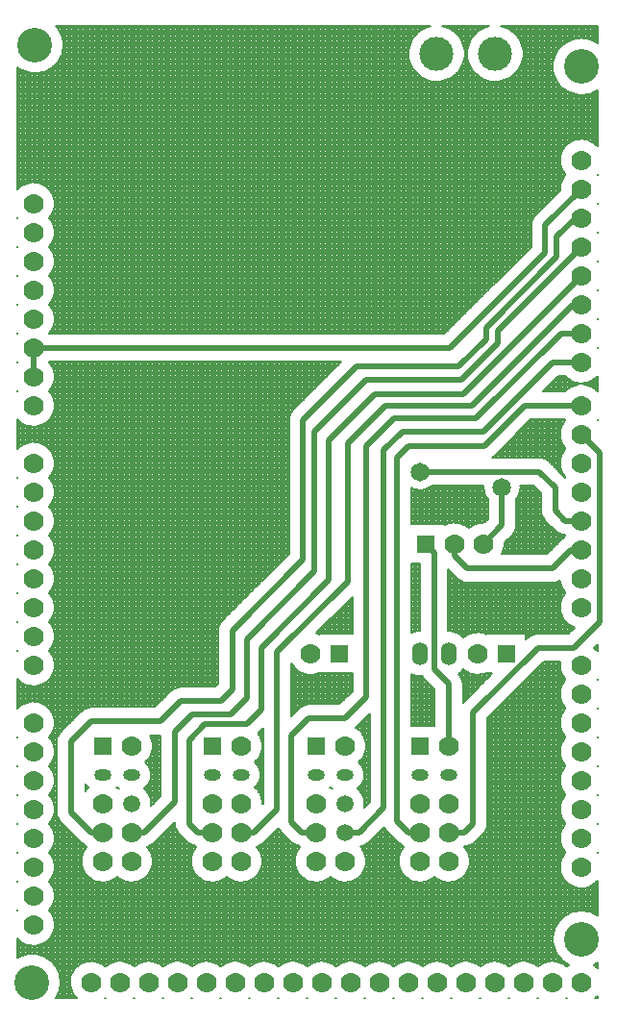
<source format=gbl>
%FSLAX44Y44*%
%MOMM*%
G71*
G01*
G75*
G04 Layer_Physical_Order=2*
G04 Layer_Color=16711680*
%ADD10C,0.2032*%
%ADD11R,1.1430X1.1430*%
%ADD12R,1.1430X1.1430*%
%ADD13R,0.6000X2.2000*%
%ADD14R,0.6000X2.2000*%
%ADD15C,0.5080*%
%ADD16R,1.5000X1.5000*%
%ADD17C,1.7780*%
%ADD18O,1.5240X1.0160*%
%ADD19O,1.5000X1.0160*%
%ADD20C,1.5000*%
%ADD21R,1.5000X1.5000*%
%ADD22O,1.3970X2.0320*%
%ADD23C,3.0000*%
%ADD24C,3.0480*%
%ADD25C,1.6510*%
D10*
X1431544Y1117187D02*
X1429720Y1119025D01*
X1427661Y1120595D01*
X1425406Y1121868D01*
X1422998Y1122818D01*
X1420481Y1123428D01*
X1417905Y1123687D01*
X1415317Y1123589D01*
X1412768Y1123136D01*
X1410305Y1122338D01*
X1407975Y1121208D01*
X1405822Y1119769D01*
X1403888Y1118048D01*
X1402208Y1116077D01*
X1400815Y1113894D01*
X1399736Y1111540D01*
X1398990Y1109061D01*
X1398592Y1106502D01*
X1398550Y1103913D01*
X1398864Y1101343D01*
X1399528Y1098840D01*
X1400529Y1096452D01*
X1401850Y1094225D01*
X1403464Y1092200D01*
X1403235Y914654D02*
X1404984Y912918D01*
X1406945Y911427D01*
X1409085Y910204D01*
X1411366Y909272D01*
X1413749Y908646D01*
X1416193Y908338D01*
X1418657Y908352D01*
X1421098Y908688D01*
X1423474Y909340D01*
X1425745Y910298D01*
X1427870Y911544D01*
X1429814Y913058D01*
X1431544Y914813D01*
Y901287D02*
X1429814Y903042D01*
X1427870Y904556D01*
X1425745Y905802D01*
X1423474Y906760D01*
X1421098Y907412D01*
X1418657Y907748D01*
X1416193Y907762D01*
X1413749Y907454D01*
X1411366Y906828D01*
X1409085Y905896D01*
X1406945Y904673D01*
X1404984Y903182D01*
X1403235Y901446D01*
X1403464Y1092200D02*
X1401892Y1090236D01*
X1400596Y1088080D01*
X1399601Y1085770D01*
X1398922Y1083348D01*
X1398573Y1080856D01*
X1398560Y1078341D01*
X1431544Y1208186D02*
X1429380Y1209515D01*
X1427093Y1210619D01*
X1424707Y1211487D01*
X1422245Y1212109D01*
X1419733Y1212480D01*
X1417196Y1212596D01*
X1414661Y1212455D01*
X1412153Y1212059D01*
X1409697Y1211413D01*
X1407319Y1210522D01*
X1405043Y1209396D01*
X1402893Y1208046D01*
X1400889Y1206486D01*
X1399053Y1204731D01*
X1397404Y1202801D01*
X1395957Y1200714D01*
X1394728Y1198492D01*
X1393730Y1196157D01*
X1392972Y1193734D01*
X1392462Y1191246D01*
X1392206Y1188720D01*
Y1186180D01*
X1392462Y1183654D01*
X1392972Y1181166D01*
X1393730Y1178743D01*
X1394728Y1176408D01*
X1395957Y1174186D01*
X1397404Y1172099D01*
X1399053Y1170169D01*
X1400889Y1168415D01*
X1402893Y1166854D01*
X1405043Y1165505D01*
X1407319Y1164378D01*
X1409697Y1163487D01*
X1412153Y1162841D01*
X1414661Y1162445D01*
X1417196Y1162304D01*
X1419733Y1162420D01*
X1422245Y1162791D01*
X1424707Y1163413D01*
X1427093Y1164281D01*
X1429380Y1165385D01*
X1431544Y1166713D01*
X1431544Y1208186D02*
X1429380Y1209515D01*
X1427093Y1210619D01*
X1424707Y1211487D01*
X1422245Y1212109D01*
X1419733Y1212480D01*
X1417196Y1212596D01*
X1414661Y1212455D01*
X1412153Y1212059D01*
X1409697Y1211413D01*
X1407319Y1210522D01*
X1405043Y1209396D01*
X1402893Y1208046D01*
X1400889Y1206486D01*
X1399053Y1204731D01*
X1397404Y1202801D01*
X1395957Y1200714D01*
X1394728Y1198492D01*
X1393730Y1196157D01*
X1392972Y1193734D01*
X1392462Y1191246D01*
X1392206Y1188720D01*
Y1186180D01*
X1392462Y1183654D01*
X1392972Y1181166D01*
X1393730Y1178743D01*
X1394728Y1176408D01*
X1395957Y1174186D01*
X1397404Y1172099D01*
X1399053Y1170169D01*
X1400889Y1168415D01*
X1402893Y1166854D01*
X1405043Y1165505D01*
X1407319Y1164378D01*
X1409697Y1163487D01*
X1412153Y1162841D01*
X1414661Y1162445D01*
X1417196Y1162304D01*
X1419733Y1162420D01*
X1422245Y1162791D01*
X1424707Y1163413D01*
X1427093Y1164281D01*
X1429380Y1165385D01*
X1431544Y1166713D01*
X1336429Y1223264D02*
X1333962Y1222617D01*
X1331574Y1221722D01*
X1329290Y1220587D01*
X1327134Y1219225D01*
X1325129Y1217649D01*
X1323296Y1215876D01*
X1321653Y1213926D01*
X1320219Y1211817D01*
X1319007Y1209573D01*
X1318032Y1207217D01*
X1317302Y1204773D01*
X1316826Y1202268D01*
X1316609Y1199727D01*
X1316653Y1197177D01*
X1316958Y1194645D01*
X1317520Y1192157D01*
X1318333Y1189740D01*
X1319389Y1187419D01*
X1320677Y1185218D01*
X1322183Y1183160D01*
X1323892Y1181267D01*
X1325785Y1179558D01*
X1327843Y1178053D01*
X1330045Y1176765D01*
X1332366Y1175710D01*
X1334783Y1174897D01*
X1337271Y1174336D01*
X1339803Y1174032D01*
X1342353Y1173989D01*
X1344894Y1174206D01*
X1347399Y1174682D01*
X1349843Y1175413D01*
X1352199Y1176389D01*
X1354443Y1177600D01*
X1356551Y1179035D01*
X1358501Y1180678D01*
X1360273Y1182512D01*
X1361849Y1184518D01*
X1363211Y1186674D01*
X1364345Y1188958D01*
X1365240Y1191346D01*
X1365886Y1193813D01*
X1366276Y1196333D01*
X1366407Y1198880D01*
X1366270Y1201492D01*
X1365859Y1204074D01*
X1365180Y1206600D01*
X1364240Y1209041D01*
X1363049Y1211369D01*
X1361621Y1213560D01*
X1359971Y1215589D01*
X1358117Y1217433D01*
X1356080Y1219073D01*
X1353882Y1220491D01*
X1351548Y1221670D01*
X1349102Y1222598D01*
X1346573Y1223264D01*
X1376781Y1056563D02*
X1375229Y1054675D01*
X1374075Y1052521D01*
X1373364Y1050182D01*
X1373124Y1047750D01*
X1376769Y1056551D02*
X1375222Y1054665D01*
X1374071Y1052513D01*
X1373363Y1050178D01*
X1373124Y1047750D01*
X1403464Y876300D02*
X1401882Y874321D01*
X1400580Y872148D01*
X1399583Y869819D01*
X1398907Y867377D01*
X1398567Y864867D01*
Y862333D01*
X1398907Y859823D01*
X1399583Y857381D01*
X1400580Y855052D01*
X1401882Y852879D01*
X1403464Y850900D01*
X1401882Y848921D01*
X1400580Y846748D01*
X1399583Y844419D01*
X1398907Y841977D01*
X1398567Y839467D01*
Y836933D01*
X1398907Y834423D01*
X1399583Y831981D01*
X1400580Y829652D01*
X1401882Y827479D01*
X1403464Y825500D01*
X1389303Y839369D02*
X1387415Y840921D01*
X1385261Y842075D01*
X1382922Y842786D01*
X1380490Y843026D01*
X1389291Y839381D02*
X1387405Y840928D01*
X1385253Y842079D01*
X1382918Y842787D01*
X1380490Y843026D01*
X1363726Y816610D02*
X1363654Y818134D01*
X1403464Y774700D02*
X1401717Y772480D01*
X1399617Y770789D01*
X1401717Y772480D02*
X1399629Y770801D01*
X1394537Y778611D02*
X1396401Y777075D01*
X1398526Y775927D01*
X1400833Y775211D01*
X1403235Y774955D01*
X1394549Y778599D02*
X1396411Y777068D01*
X1398534Y775924D01*
X1400837Y775210D01*
X1403235Y774955D01*
X1398594Y734985D02*
X1398966Y732549D01*
X1399653Y730183D01*
X1400644Y727928D01*
X1401922Y725821D01*
X1403464Y723900D01*
X1391920Y733044D02*
X1394254Y733265D01*
X1396505Y733919D01*
X1398593Y734985D01*
X1403464Y723900D02*
X1401913Y721967D01*
X1400631Y719846D01*
X1399638Y717575D01*
X1398953Y715193D01*
X1398587Y712742D01*
X1398547Y710264D01*
X1398834Y707802D01*
X1399441Y705400D01*
X1400360Y703098D01*
X1401573Y700937D01*
X1403060Y698954D01*
X1404795Y697185D01*
X1406748Y695659D01*
X1408885Y694403D01*
X1411168Y693439D01*
X1391920Y733044D02*
X1394254Y733265D01*
X1396505Y733919D01*
X1398593Y734985D01*
X1382014Y796290D02*
X1382253Y793862D01*
X1382961Y791527D01*
X1384111Y789375D01*
X1385659Y787489D01*
X1382014Y796290D02*
X1382254Y793858D01*
X1382965Y791519D01*
X1384119Y789365D01*
X1385671Y787477D01*
X1359916Y806153D02*
X1361544Y808475D01*
X1362744Y811045D01*
X1363479Y813785D01*
X1363726Y816610D01*
X1356259Y774777D02*
X1357811Y776665D01*
X1358965Y778819D01*
X1359676Y781158D01*
X1359916Y783590D01*
X1356271Y774789D02*
X1357818Y776675D01*
X1358969Y778827D01*
X1359677Y781162D01*
X1359916Y783590D01*
X1314845Y1198880D02*
X1314708Y1201492D01*
X1314297Y1204074D01*
X1313618Y1206600D01*
X1312678Y1209041D01*
X1311487Y1211369D01*
X1310059Y1213560D01*
X1308409Y1215589D01*
X1306555Y1217433D01*
X1304518Y1219073D01*
X1302320Y1220491D01*
X1299986Y1221670D01*
X1297540Y1222598D01*
X1295011Y1223264D01*
X1284867D02*
X1282400Y1222617D01*
X1280012Y1221722D01*
X1277728Y1220587D01*
X1275572Y1219225D01*
X1273567Y1217649D01*
X1271734Y1215876D01*
X1270091Y1213926D01*
X1268657Y1211817D01*
X1267445Y1209573D01*
X1266470Y1207217D01*
X1265740Y1204773D01*
X1265265Y1202268D01*
X1265047Y1199727D01*
X1265091Y1197177D01*
X1265396Y1194645D01*
X1265957Y1192157D01*
X1266771Y1189740D01*
X1267827Y1187419D01*
X1269115Y1185218D01*
X1270621Y1183160D01*
X1272330Y1181267D01*
X1274223Y1179558D01*
X1276281Y1178053D01*
X1278483Y1176765D01*
X1280804Y1175710D01*
X1283221Y1174897D01*
X1285709Y1174336D01*
X1288241Y1174032D01*
X1290791Y1173989D01*
X1293332Y1174206D01*
X1295837Y1174682D01*
X1298281Y1175413D01*
X1300637Y1176389D01*
X1302881Y1177600D01*
X1304989Y1179035D01*
X1306939Y1180678D01*
X1308712Y1182512D01*
X1310287Y1184518D01*
X1311649Y1186674D01*
X1312783Y1188958D01*
X1313678Y1191346D01*
X1314324Y1193813D01*
X1314714Y1196333D01*
X1314845Y1198880D01*
X1339046Y843026D02*
X1341043Y844651D01*
X1339046Y843026D02*
X1341031Y844639D01*
X1331286Y818134D02*
X1331248Y815560D01*
X1331617Y813012D01*
X1332384Y810554D01*
X1333529Y808249D01*
X1335024Y806153D01*
X1332119Y785840D02*
X1329603Y785827D01*
X1327112Y785478D01*
X1324690Y784799D01*
X1322380Y783804D01*
X1320224Y782508D01*
X1318260Y780936D01*
X1316337Y782479D01*
X1314230Y783757D01*
X1311973Y784748D01*
X1309605Y785435D01*
X1307168Y785807D01*
X1304704Y785856D01*
X1302254Y785583D01*
X1299861Y784991D01*
X1297566Y784091D01*
X1349756Y767080D02*
X1349720Y768239D01*
X1347382Y757936D02*
X1348408Y760090D01*
X1349153Y762356D01*
X1349605Y764699D01*
X1349756Y767080D01*
X1308177Y736701D02*
X1310065Y735149D01*
X1312219Y733995D01*
X1314558Y733284D01*
X1316990Y733044D01*
X1308189Y736689D02*
X1310075Y735142D01*
X1312227Y733991D01*
X1314562Y733283D01*
X1316990Y733044D01*
X1267206Y816358D02*
X1269428Y815338D01*
X1271778Y814663D01*
X1274203Y814348D01*
X1276647Y814400D01*
X1279056Y814818D01*
X1281375Y815593D01*
X1283552Y816706D01*
X1285537Y818134D01*
X1431544Y672687D02*
X1430085Y674197D01*
X1428466Y675535D01*
X1379220Y688086D02*
X1376792Y687847D01*
X1374457Y687139D01*
X1372305Y685988D01*
X1370419Y684441D01*
X1379220Y688086D02*
X1376788Y687846D01*
X1374449Y687135D01*
X1372295Y685981D01*
X1370407Y684429D01*
X1398733Y663194D02*
X1398528Y660812D01*
X1398628Y658423D01*
X1399031Y656066D01*
X1399729Y653779D01*
X1400712Y651599D01*
X1401963Y649562D01*
X1403464Y647700D01*
X1401882Y645721D01*
X1400580Y643548D01*
X1399583Y641219D01*
X1398907Y638777D01*
X1398567Y636267D01*
Y633733D01*
X1398907Y631223D01*
X1399583Y628781D01*
X1400580Y626452D01*
X1401882Y624279D01*
X1403464Y622300D01*
X1401882Y620321D01*
X1400580Y618148D01*
X1399583Y615819D01*
X1398907Y613377D01*
X1398567Y610867D01*
Y608333D01*
X1398907Y605823D01*
X1399583Y603381D01*
X1400580Y601052D01*
X1401882Y598879D01*
X1403464Y596900D01*
X1333874Y687571D02*
X1331610Y688461D01*
X1329251Y689051D01*
X1326835Y689332D01*
X1324403Y689298D01*
X1321996Y688950D01*
X1319654Y688295D01*
X1317416Y687342D01*
X1315320Y686109D01*
X1313400Y684615D01*
X1313400Y656505D02*
X1315320Y655011D01*
X1317416Y653778D01*
X1319654Y652825D01*
X1321996Y652170D01*
X1324403Y651822D01*
X1326835Y651788D01*
X1329251Y652069D01*
X1331610Y652659D01*
X1333874Y653549D01*
X1403464Y495300D02*
X1401850Y493275D01*
X1400529Y491048D01*
X1399528Y488660D01*
X1398864Y486157D01*
X1398550Y483587D01*
X1398592Y480998D01*
X1398990Y478439D01*
X1399736Y475960D01*
X1400815Y473606D01*
X1402208Y471423D01*
X1403888Y469452D01*
X1405822Y467731D01*
X1407975Y466292D01*
X1410305Y465162D01*
X1412768Y464364D01*
X1415317Y463911D01*
X1417905Y463813D01*
X1420481Y464072D01*
X1422998Y464682D01*
X1425406Y465632D01*
X1427661Y466905D01*
X1429720Y468475D01*
X1431544Y470313D01*
X1403464Y596900D02*
X1401882Y594921D01*
X1400580Y592748D01*
X1399583Y590419D01*
X1398907Y587977D01*
X1398567Y585467D01*
Y582933D01*
X1398907Y580423D01*
X1399583Y577981D01*
X1400580Y575652D01*
X1401882Y573479D01*
X1403464Y571500D01*
X1401882Y569521D01*
X1400580Y567348D01*
X1399583Y565019D01*
X1398907Y562577D01*
X1398567Y560067D01*
Y557533D01*
X1398907Y555023D01*
X1399583Y552581D01*
X1400580Y550252D01*
X1401882Y548079D01*
X1403464Y546100D01*
X1401882Y544121D01*
X1400580Y541948D01*
X1399583Y539619D01*
X1398907Y537177D01*
X1398567Y534667D01*
Y532133D01*
X1398907Y529623D01*
X1399583Y527181D01*
X1400580Y524852D01*
X1401882Y522679D01*
X1403464Y520700D01*
X1401882Y518721D01*
X1400580Y516548D01*
X1399583Y514219D01*
X1398907Y511777D01*
X1398567Y509267D01*
Y506733D01*
X1398907Y504223D01*
X1399583Y501781D01*
X1400580Y499452D01*
X1401882Y497279D01*
X1403464Y495300D01*
X1428113Y396388D02*
X1429868Y397308D01*
X1431544Y398364D01*
X1428113Y396388D02*
X1429868Y397308D01*
X1431544Y398364D01*
Y439836D02*
X1429403Y441153D01*
X1427142Y442248D01*
X1424782Y443113D01*
X1422348Y443738D01*
X1419864Y444117D01*
X1417355Y444246D01*
X1414845Y444124D01*
X1412359Y443752D01*
X1409924Y443134D01*
X1407562Y442275D01*
X1405298Y441186D01*
X1403153Y439875D01*
X1401150Y438358D01*
X1399309Y436648D01*
X1397647Y434762D01*
X1396183Y432721D01*
X1394928Y430543D01*
X1393898Y428251D01*
X1393102Y425868D01*
X1392547Y423417D01*
X1392240Y420923D01*
X1392184Y418410D01*
X1392378Y415905D01*
X1392821Y413431D01*
X1393509Y411015D01*
X1394435Y408678D01*
X1395590Y406446D01*
X1396961Y404341D01*
X1398536Y402382D01*
X1400298Y400591D01*
X1402231Y398984D01*
X1404314Y397579D01*
X1406527Y396388D01*
X1431544Y439836D02*
X1429403Y441153D01*
X1427142Y442248D01*
X1424782Y443113D01*
X1422348Y443738D01*
X1419864Y444117D01*
X1417355Y444246D01*
X1414845Y444124D01*
X1412359Y443752D01*
X1409924Y443134D01*
X1407562Y442275D01*
X1405298Y441186D01*
X1403153Y439875D01*
X1401150Y438358D01*
X1399309Y436648D01*
X1397647Y434762D01*
X1396183Y432721D01*
X1394928Y430543D01*
X1393898Y428251D01*
X1393102Y425868D01*
X1392547Y423417D01*
X1392240Y420923D01*
X1392184Y418410D01*
X1392378Y415905D01*
X1392821Y413431D01*
X1393509Y411015D01*
X1394435Y408678D01*
X1395590Y406446D01*
X1396961Y404341D01*
X1398536Y402382D01*
X1400298Y400591D01*
X1402231Y398984D01*
X1404314Y397579D01*
X1406527Y396388D01*
X1406527Y396388D02*
X1404620Y394856D01*
X1429607Y366776D02*
X1431544Y368713D01*
Y393287D02*
X1429924Y394943D01*
X1428113Y396388D01*
X1404620Y394856D02*
X1402641Y396438D01*
X1400468Y397740D01*
X1398139Y398737D01*
X1395697Y399413D01*
X1393187Y399753D01*
X1390653D01*
X1388143Y399413D01*
X1385701Y398737D01*
X1383372Y397740D01*
X1381199Y396438D01*
X1379220Y394856D01*
X1377241Y396438D01*
X1375068Y397740D01*
X1372739Y398737D01*
X1370297Y399413D01*
X1367787Y399753D01*
X1365253D01*
X1362743Y399413D01*
X1360301Y398737D01*
X1357972Y397740D01*
X1355799Y396438D01*
X1353820Y394856D01*
X1330871Y511899D02*
X1332419Y513785D01*
X1333569Y515937D01*
X1334277Y518272D01*
X1334516Y520700D01*
X1330859Y511887D02*
X1332411Y513775D01*
X1333565Y515929D01*
X1334276Y518268D01*
X1334516Y520700D01*
X1314565Y500634D02*
X1316967Y500891D01*
X1319274Y501607D01*
X1321399Y502755D01*
X1323263Y504291D01*
X1314565Y500634D02*
X1316963Y500890D01*
X1319266Y501604D01*
X1321389Y502748D01*
X1323251Y504279D01*
X1353820Y394856D02*
X1351841Y396438D01*
X1349668Y397740D01*
X1347339Y398737D01*
X1344897Y399413D01*
X1342387Y399753D01*
X1339853D01*
X1337343Y399413D01*
X1334901Y398737D01*
X1332572Y397740D01*
X1330399Y396438D01*
X1328420Y394856D01*
X1287780Y473824D02*
X1289776Y472229D01*
X1291971Y470920D01*
X1294323Y469921D01*
X1296788Y469250D01*
X1299321Y468920D01*
X1301876Y468936D01*
X1304406Y469299D01*
X1306862Y470001D01*
X1309201Y471030D01*
X1311378Y472366D01*
X1313355Y473986D01*
X1315093Y475858D01*
X1316561Y477949D01*
X1317732Y480220D01*
X1318585Y482629D01*
X1319102Y485131D01*
X1319276Y487680D01*
Y487680D02*
X1319070Y490459D01*
X1318454Y493176D01*
X1317444Y495773D01*
X1316062Y498192D01*
X1314336Y500380D01*
X1328420Y394856D02*
X1326441Y396438D01*
X1324268Y397740D01*
X1321939Y398737D01*
X1319497Y399413D01*
X1316987Y399753D01*
X1314453D01*
X1311943Y399413D01*
X1309501Y398737D01*
X1307172Y397740D01*
X1304999Y396438D01*
X1303020Y394856D01*
X1309108Y652864D02*
X1311407Y654504D01*
X1313400Y656505D01*
Y684615D02*
X1311644Y686411D01*
X1309641Y687926D01*
X1307435Y689128D01*
X1305076Y689989D01*
X1302614Y690491D01*
X1300106Y690622D01*
X1312926Y643890D02*
X1312686Y646322D01*
X1311975Y648661D01*
X1310821Y650815D01*
X1309269Y652703D01*
X1312926Y643890D02*
X1312687Y646318D01*
X1311979Y648653D01*
X1310829Y650805D01*
X1309281Y652691D01*
X1267206Y652442D02*
X1269482Y651449D01*
X1271878Y650800D01*
X1274344Y650510D01*
X1276826Y650584D01*
X1278859Y647909D01*
X1275214Y690626D02*
X1272450Y690420D01*
X1269756Y689765D01*
X1267206Y688678D01*
X1276826Y650584D02*
X1278871Y647897D01*
X1186554Y687571D02*
X1183747Y688626D01*
X1227836Y589280D02*
X1227679Y591702D01*
X1227212Y594083D01*
X1226442Y596384D01*
X1225382Y598567D01*
X1224049Y600595D01*
X1222466Y602434D01*
X1220660Y604054D01*
X1218659Y605428D01*
X1221386Y575107D02*
X1223272Y577002D01*
X1224870Y579146D01*
X1226148Y581494D01*
X1227079Y584000D01*
X1227646Y586613D01*
X1227836Y589280D01*
X1220284Y551767D02*
X1222068Y553294D01*
X1223591Y555082D01*
X1224817Y557085D01*
X1225714Y559255D01*
X1226262Y561539D01*
X1226446Y563880D01*
X1226232Y566406D01*
X1225594Y568860D01*
X1224553Y571171D01*
X1223137Y573274D01*
X1221386Y575107D01*
X1260237Y501549D02*
X1261224Y500380D01*
X1256107Y504291D02*
X1258034Y502712D01*
X1260237Y501549D01*
X1261224Y500380D02*
X1259664Y498433D01*
X1258376Y496297D01*
X1257382Y494010D01*
X1256700Y491610D01*
X1256341Y489142D01*
X1256312Y486647D01*
X1256614Y484171D01*
X1257242Y481757D01*
X1258183Y479447D01*
X1259422Y477282D01*
X1260937Y475300D01*
X1262700Y473537D01*
X1264682Y472022D01*
X1266847Y470783D01*
X1269157Y469842D01*
X1271571Y469214D01*
X1274047Y468912D01*
X1276542Y468941D01*
X1279010Y469300D01*
X1281409Y469982D01*
X1283697Y470976D01*
X1285833Y472264D01*
X1287780Y473824D01*
X1243732Y517471D02*
X1245959Y514439D01*
X1243732Y517471D02*
X1245971Y514427D01*
X1256119Y504279D02*
X1258041Y502708D01*
X1260237Y501549D01*
X1303020Y394856D02*
X1301041Y396438D01*
X1298868Y397740D01*
X1296539Y398737D01*
X1294097Y399413D01*
X1291587Y399753D01*
X1289053D01*
X1286543Y399413D01*
X1284101Y398737D01*
X1281772Y397740D01*
X1279599Y396438D01*
X1277620Y394856D01*
X1275641Y396438D01*
X1273468Y397740D01*
X1271139Y398737D01*
X1268697Y399413D01*
X1266187Y399753D01*
X1263653D01*
X1261143Y399413D01*
X1258701Y398737D01*
X1256372Y397740D01*
X1254199Y396438D01*
X1252220Y394856D01*
X1226104Y535045D02*
X1226446Y538480D01*
X1196340Y552976D02*
X1197796Y551767D01*
X1197330Y551359D02*
X1195986Y552653D01*
X1226446Y538480D02*
X1226264Y540991D01*
X1225722Y543449D01*
X1224830Y545803D01*
X1223609Y548004D01*
X1222083Y550006D01*
X1220284Y551767D01*
X1222629Y500666D02*
X1224823Y501022D01*
X1226918Y501763D01*
X1228849Y502864D01*
X1230553Y504291D01*
X1222629Y500666D02*
X1225530Y501225D01*
X1228218Y502453D01*
X1230541Y504279D01*
X1227836Y487680D02*
X1227684Y490063D01*
X1227232Y492407D01*
X1226486Y494675D01*
X1225458Y496831D01*
X1224166Y498838D01*
X1222629Y500666D01*
X1196340Y473824D02*
X1198336Y472229D01*
X1200531Y470920D01*
X1202883Y469921D01*
X1205348Y469250D01*
X1207881Y468920D01*
X1210436Y468936D01*
X1212965Y469299D01*
X1215422Y470001D01*
X1217761Y471030D01*
X1219938Y472366D01*
X1221915Y473986D01*
X1223653Y475858D01*
X1225121Y477949D01*
X1226292Y480220D01*
X1227145Y482629D01*
X1227662Y485131D01*
X1227836Y487680D01*
X1252220Y394856D02*
X1250241Y396438D01*
X1248068Y397740D01*
X1245739Y398737D01*
X1243297Y399413D01*
X1240787Y399753D01*
X1238253D01*
X1235743Y399413D01*
X1233301Y398737D01*
X1230972Y397740D01*
X1228799Y396438D01*
X1226820Y394856D01*
X1224841Y396438D01*
X1222668Y397740D01*
X1220339Y398737D01*
X1217897Y399413D01*
X1215387Y399753D01*
X1212853D01*
X1210343Y399413D01*
X1207901Y398737D01*
X1205572Y397740D01*
X1203399Y396438D01*
X1201420Y394856D01*
X1199441Y396438D01*
X1197268Y397740D01*
X1194939Y398737D01*
X1192497Y399413D01*
X1189987Y399753D01*
X1187453D01*
X1184943Y399413D01*
X1182501Y398737D01*
X1180172Y397740D01*
X1177999Y396438D01*
X1176020Y394856D01*
X1163409Y885101D02*
X1161861Y883215D01*
X1160711Y881063D01*
X1160003Y878728D01*
X1159764Y876300D01*
X1163421Y885113D02*
X1161869Y883225D01*
X1160715Y881071D01*
X1160004Y878732D01*
X1159764Y876300D01*
X1161796Y662059D02*
X1163147Y659802D01*
X1164800Y657756D01*
X1166722Y655960D01*
X1168877Y654450D01*
X1171221Y653256D01*
X1173708Y652401D01*
X1176291Y651901D01*
X1178919Y651767D01*
X1181539Y652001D01*
X1184101Y652599D01*
X1186554Y653549D01*
X961136Y1206500D02*
X961000Y1209117D01*
X960591Y1211705D01*
X959916Y1214237D01*
X958981Y1216684D01*
X957797Y1219022D01*
X956375Y1221223D01*
X954733Y1223264D01*
X961136Y1206500D02*
X961000Y1209117D01*
X960591Y1211705D01*
X959916Y1214237D01*
X958981Y1216684D01*
X957797Y1219022D01*
X956375Y1221223D01*
X954733Y1223264D01*
X920496Y1186694D02*
X922584Y1185226D01*
X924810Y1183976D01*
X927152Y1182958D01*
X929585Y1182183D01*
X932084Y1181659D01*
X934622Y1181391D01*
X937176Y1181382D01*
X939716Y1181632D01*
X942219Y1182138D01*
X944657Y1182895D01*
X947006Y1183895D01*
X949241Y1185129D01*
X951340Y1186583D01*
X953281Y1188242D01*
X955043Y1190089D01*
X956609Y1192106D01*
X957962Y1194271D01*
X959089Y1196562D01*
X959977Y1198955D01*
X960619Y1201427D01*
X961006Y1203950D01*
X961136Y1206500D01*
X920496Y1186694D02*
X922584Y1185226D01*
X924810Y1183976D01*
X927152Y1182958D01*
X929585Y1182183D01*
X932084Y1181659D01*
X934622Y1181391D01*
X937176Y1181382D01*
X939716Y1181632D01*
X942219Y1182138D01*
X944657Y1182895D01*
X947006Y1183895D01*
X949241Y1185129D01*
X951340Y1186583D01*
X953281Y1188242D01*
X955043Y1190089D01*
X956609Y1192106D01*
X957962Y1194271D01*
X959089Y1196562D01*
X959977Y1198955D01*
X960619Y1201427D01*
X961006Y1203950D01*
X961136Y1206500D01*
X948576Y1054100D02*
X950302Y1056288D01*
X951684Y1058707D01*
X952694Y1061304D01*
X953309Y1064021D01*
X953516Y1066800D01*
X953345Y1069329D01*
X952835Y1071812D01*
X951997Y1074203D01*
X950843Y1076461D01*
X949397Y1078542D01*
X947684Y1080410D01*
X945735Y1082030D01*
X943586Y1083374D01*
X941275Y1084416D01*
X938845Y1085138D01*
X936341Y1085526D01*
X933806Y1085574D01*
X931289Y1085280D01*
X928834Y1084650D01*
X926486Y1083696D01*
X924287Y1082435D01*
X922278Y1080889D01*
X920496Y1079087D01*
X948576Y1028700D02*
X950302Y1030888D01*
X951684Y1033307D01*
X952694Y1035904D01*
X953309Y1038621D01*
X953516Y1041400D01*
X953309Y1044179D01*
X952694Y1046896D01*
X951684Y1049493D01*
X950302Y1051912D01*
X948576Y1054100D01*
Y952500D02*
X950302Y954688D01*
X951684Y957107D01*
X952694Y959704D01*
X953309Y962421D01*
X953516Y965200D01*
X953309Y967979D01*
X952694Y970696D01*
X951684Y973293D01*
X950302Y975712D01*
X948576Y977900D01*
X953516Y1016000D02*
X953309Y1018779D01*
X952694Y1021496D01*
X951684Y1024093D01*
X950302Y1026512D01*
X948576Y1028700D01*
Y1003300D02*
X950302Y1005488D01*
X951684Y1007907D01*
X952694Y1010504D01*
X953309Y1013221D01*
X953516Y1016000D01*
Y990600D02*
X953309Y993379D01*
X952694Y996096D01*
X951684Y998693D01*
X950302Y1001112D01*
X948576Y1003300D01*
Y977900D02*
X950302Y980088D01*
X951684Y982507D01*
X952694Y985104D01*
X953309Y987821D01*
X953516Y990600D01*
X1101191Y699693D02*
X1099639Y697805D01*
X1098485Y695651D01*
X1097774Y693312D01*
X1097534Y690880D01*
X1101179Y699681D02*
X1099632Y697795D01*
X1098481Y695643D01*
X1097773Y693308D01*
X1097534Y690880D01*
X1064260Y641096D02*
X1061832Y640857D01*
X1059497Y640149D01*
X1057345Y638998D01*
X1055459Y637451D01*
X1064260Y641096D02*
X1061828Y640856D01*
X1059489Y640145D01*
X1057335Y638991D01*
X1055447Y637439D01*
X953516Y914400D02*
X953309Y917179D01*
X952694Y919896D01*
X951684Y922493D01*
X950302Y924912D01*
X948576Y927100D01*
Y901700D02*
X950302Y903888D01*
X951684Y906307D01*
X952694Y908904D01*
X953309Y911621D01*
X953516Y914400D01*
Y889000D02*
X953309Y891779D01*
X952694Y894496D01*
X951684Y897093D01*
X950302Y899512D01*
X948576Y901700D01*
X920496Y876713D02*
X922278Y874911D01*
X924287Y873365D01*
X926486Y872104D01*
X928834Y871150D01*
X931289Y870520D01*
X933806Y870226D01*
X936341Y870274D01*
X938845Y870662D01*
X941275Y871384D01*
X943586Y872426D01*
X945735Y873770D01*
X947684Y875390D01*
X949397Y877258D01*
X950843Y879339D01*
X951997Y881597D01*
X952835Y883988D01*
X953345Y886471D01*
X953516Y889000D01*
X948576Y825500D02*
X950302Y827688D01*
X951684Y830107D01*
X952694Y832704D01*
X953309Y835421D01*
X953516Y838200D01*
Y812800D02*
X953309Y815579D01*
X952694Y818296D01*
X951684Y820893D01*
X950302Y823312D01*
X948576Y825500D01*
X953516Y838200D02*
X953345Y840729D01*
X952835Y843212D01*
X951997Y845603D01*
X950843Y847861D01*
X949397Y849942D01*
X947684Y851810D01*
X945735Y853430D01*
X943586Y854774D01*
X941275Y855816D01*
X938845Y856538D01*
X936341Y856926D01*
X933806Y856974D01*
X931289Y856680D01*
X928834Y856050D01*
X926486Y855096D01*
X924287Y853835D01*
X922278Y852289D01*
X920496Y850487D01*
X948576Y800100D02*
X950302Y802288D01*
X951684Y804707D01*
X952694Y807304D01*
X953309Y810021D01*
X953516Y812800D01*
X948576Y774700D02*
X950302Y776888D01*
X951684Y779307D01*
X952694Y781904D01*
X953309Y784621D01*
X953516Y787400D01*
X953309Y790179D01*
X952694Y792896D01*
X951684Y795493D01*
X950302Y797912D01*
X948576Y800100D01*
X953516Y736600D02*
X953309Y739379D01*
X952694Y742096D01*
X951684Y744693D01*
X950302Y747112D01*
X948576Y749300D01*
Y723900D02*
X950302Y726088D01*
X951684Y728507D01*
X952694Y731104D01*
X953309Y733821D01*
X953516Y736600D01*
X948576Y749300D02*
X950302Y751488D01*
X951684Y753907D01*
X952694Y756504D01*
X953309Y759221D01*
X953516Y762000D01*
Y711200D02*
X953309Y713979D01*
X952694Y716696D01*
X951684Y719293D01*
X950302Y721712D01*
X948576Y723900D01*
Y698500D02*
X950302Y700688D01*
X951684Y703107D01*
X952694Y705704D01*
X953309Y708421D01*
X953516Y711200D01*
Y762000D02*
X953309Y764779D01*
X952694Y767496D01*
X951684Y770093D01*
X950302Y772512D01*
X948576Y774700D01*
Y673100D02*
X950302Y675288D01*
X951684Y677707D01*
X952694Y680304D01*
X953309Y683021D01*
X953516Y685800D01*
X953309Y688579D01*
X952694Y691296D01*
X951684Y693893D01*
X950302Y696312D01*
X948576Y698500D01*
X953516Y660400D02*
X953309Y663179D01*
X952694Y665896D01*
X951684Y668493D01*
X950302Y670912D01*
X948576Y673100D01*
X920496Y648113D02*
X922278Y646311D01*
X924287Y644765D01*
X926486Y643504D01*
X928834Y642550D01*
X931289Y641920D01*
X933806Y641626D01*
X936341Y641674D01*
X938845Y642062D01*
X941275Y642784D01*
X943586Y643826D01*
X945735Y645170D01*
X947684Y646790D01*
X949397Y648658D01*
X950843Y650739D01*
X951997Y652997D01*
X952835Y655388D01*
X953345Y657871D01*
X953516Y660400D01*
X1177290Y625856D02*
X1174862Y625617D01*
X1172527Y624909D01*
X1170375Y623759D01*
X1168489Y622211D01*
X1177290Y625856D02*
X1174858Y625616D01*
X1172519Y624905D01*
X1170365Y623751D01*
X1168477Y622199D01*
X1136396Y589280D02*
X1136238Y591711D01*
X1135767Y594100D01*
X1134992Y596409D01*
X1133924Y598598D01*
X1132582Y600630D01*
X1129946Y575107D02*
X1131832Y577002D01*
X1133430Y579146D01*
X1134708Y581494D01*
X1135639Y584000D01*
X1136206Y586613D01*
X1136396Y589280D01*
X1150613Y517062D02*
X1151750Y514983D01*
X1153261Y513157D01*
X1150613Y517062D02*
X1151746Y514990D01*
X1153249Y513169D01*
X1135006Y563880D02*
X1134792Y566406D01*
X1134154Y568860D01*
X1133113Y571171D01*
X1131696Y573274D01*
X1129946Y575107D01*
Y552653D02*
X1131696Y554486D01*
X1133113Y556589D01*
X1134154Y558900D01*
X1134792Y561354D01*
X1135006Y563880D01*
X1039876Y589280D02*
X1039725Y591661D01*
X1039273Y594004D01*
X1038528Y596270D01*
X1037502Y598424D01*
X1033426Y575107D02*
X1035312Y577002D01*
X1036910Y579146D01*
X1038188Y581494D01*
X1039119Y584000D01*
X1039686Y586613D01*
X1039876Y589280D01*
X1032324Y551767D02*
X1034108Y553294D01*
X1035631Y555082D01*
X1036857Y557085D01*
X1037755Y559255D01*
X1038302Y561539D01*
X1038486Y563880D01*
X1038272Y566406D01*
X1037634Y568860D01*
X1036593Y571171D01*
X1035176Y573274D01*
X1033426Y575107D01*
X1136396Y538480D02*
X1136206Y541147D01*
X1135639Y543760D01*
X1134708Y546266D01*
X1133430Y548614D01*
X1131832Y550758D01*
X1129946Y552653D01*
X1059434Y520700D02*
X1059673Y518272D01*
X1060381Y515937D01*
X1061532Y513785D01*
X1063079Y511899D01*
X1059434Y520700D02*
X1059674Y518268D01*
X1060385Y515929D01*
X1061539Y513775D01*
X1063091Y511887D01*
X1038486Y538480D02*
X1038304Y540991D01*
X1037762Y543449D01*
X1036870Y545803D01*
X1035649Y548004D01*
X1034123Y550006D01*
X1032324Y551767D01*
X1162127Y504291D02*
X1164290Y502560D01*
X1166782Y501349D01*
X1169480Y500720D01*
X1162139Y504279D02*
X1164299Y502554D01*
X1166787Y501347D01*
X1169480Y500720D01*
X1169784Y500380D02*
X1168224Y498433D01*
X1166936Y496297D01*
X1165942Y494010D01*
X1165259Y491610D01*
X1164901Y489142D01*
X1164872Y486647D01*
X1165174Y484171D01*
X1165802Y481757D01*
X1166743Y479447D01*
X1167982Y477282D01*
X1169497Y475300D01*
X1171260Y473537D01*
X1173242Y472022D01*
X1175407Y470783D01*
X1177717Y469842D01*
X1180131Y469214D01*
X1182607Y468912D01*
X1185102Y468941D01*
X1187570Y469300D01*
X1189969Y469982D01*
X1192257Y470976D01*
X1194393Y472264D01*
X1196340Y473824D01*
X1131993Y500992D02*
X1134134Y501729D01*
X1136105Y502841D01*
X1137843Y504291D01*
X1131993Y500992D02*
X1134128Y501726D01*
X1136096Y502834D01*
X1137831Y504279D01*
X1131456Y500380D02*
X1131993Y500992D01*
X1136396Y487680D02*
X1136189Y490459D01*
X1135574Y493176D01*
X1134564Y495773D01*
X1133182Y498192D01*
X1131456Y500380D01*
X1104900Y473824D02*
X1106897Y472229D01*
X1109091Y470920D01*
X1111442Y469921D01*
X1113908Y469250D01*
X1116441Y468920D01*
X1118996Y468936D01*
X1121525Y469299D01*
X1123982Y470001D01*
X1126321Y471030D01*
X1128498Y472366D01*
X1130475Y473986D01*
X1132213Y475858D01*
X1133681Y477949D01*
X1134852Y480220D01*
X1135705Y482629D01*
X1136222Y485131D01*
X1136396Y487680D01*
X1176020Y394856D02*
X1174041Y396438D01*
X1171868Y397740D01*
X1169539Y398737D01*
X1167097Y399413D01*
X1164587Y399753D01*
X1162053D01*
X1159543Y399413D01*
X1157101Y398737D01*
X1154772Y397740D01*
X1152599Y396438D01*
X1150620Y394856D01*
X1148641Y396438D01*
X1146468Y397740D01*
X1144139Y398737D01*
X1141697Y399413D01*
X1139187Y399753D01*
X1136653D01*
X1134143Y399413D01*
X1131701Y398737D01*
X1129372Y397740D01*
X1127199Y396438D01*
X1125220Y394856D01*
X1123241Y396438D01*
X1121068Y397740D01*
X1118739Y398737D01*
X1116297Y399413D01*
X1113787Y399753D01*
X1111253D01*
X1108743Y399413D01*
X1106301Y398737D01*
X1103972Y397740D01*
X1101799Y396438D01*
X1099820Y394856D01*
X1070687Y504291D02*
X1072850Y502560D01*
X1075342Y501349D01*
X1078039Y500720D01*
X1070699Y504279D02*
X1072859Y502554D01*
X1075347Y501347D01*
X1078039Y500720D01*
X1078344Y500380D02*
X1076784Y498433D01*
X1075496Y496297D01*
X1074502Y494010D01*
X1073820Y491610D01*
X1073461Y489142D01*
X1073432Y486647D01*
X1073734Y484171D01*
X1074362Y481757D01*
X1075303Y479447D01*
X1076542Y477282D01*
X1078057Y475300D01*
X1079820Y473537D01*
X1081802Y472022D01*
X1083967Y470783D01*
X1086277Y469842D01*
X1088691Y469214D01*
X1091168Y468912D01*
X1093662Y468941D01*
X1096130Y469300D01*
X1098530Y469982D01*
X1100817Y470976D01*
X1102953Y472264D01*
X1104900Y473824D01*
X1035473Y500992D02*
X1037614Y501729D01*
X1039585Y502841D01*
X1041323Y504291D01*
X1035473Y500992D02*
X1037608Y501726D01*
X1039576Y502834D01*
X1041311Y504279D01*
X1039876Y487680D02*
X1039669Y490459D01*
X1039054Y493176D01*
X1038044Y495773D01*
X1036662Y498192D01*
X1034936Y500380D01*
X1008380Y473824D02*
X1010377Y472229D01*
X1012571Y470920D01*
X1014922Y469921D01*
X1017388Y469250D01*
X1019921Y468920D01*
X1022476Y468936D01*
X1025005Y469299D01*
X1027462Y470001D01*
X1029801Y471030D01*
X1031978Y472366D01*
X1033955Y473986D01*
X1035693Y475858D01*
X1037161Y477949D01*
X1038332Y480220D01*
X1039185Y482629D01*
X1039702Y485131D01*
X1039876Y487680D01*
X1099820Y394856D02*
X1097841Y396438D01*
X1095668Y397740D01*
X1093339Y398737D01*
X1090897Y399413D01*
X1088387Y399753D01*
X1085853D01*
X1083343Y399413D01*
X1080901Y398737D01*
X1078572Y397740D01*
X1076399Y396438D01*
X1074420Y394856D01*
X1072441Y396438D01*
X1070268Y397740D01*
X1067939Y398737D01*
X1065497Y399413D01*
X1062987Y399753D01*
X1060453D01*
X1057943Y399413D01*
X1055501Y398737D01*
X1053172Y397740D01*
X1050999Y396438D01*
X1049020Y394856D01*
X1047041Y396438D01*
X1044868Y397740D01*
X1042539Y398737D01*
X1040097Y399413D01*
X1037587Y399753D01*
X1035053D01*
X1032543Y399413D01*
X1030101Y398737D01*
X1027772Y397740D01*
X1025599Y396438D01*
X1023620Y394856D01*
X985520Y623316D02*
X983092Y623077D01*
X980757Y622369D01*
X978605Y621218D01*
X976719Y619671D01*
X985520Y623316D02*
X983088Y623076D01*
X980749Y622365D01*
X978595Y621211D01*
X976707Y619659D01*
X980186Y556345D02*
X981577Y554347D01*
X983274Y552600D01*
X1008440Y552920D02*
X1009836Y551767D01*
X1009370Y551359D02*
X1008086Y552600D01*
X1038379Y536550D02*
X1038486Y538480D01*
X983274Y552600D02*
X981622Y550956D01*
X980186Y549121D01*
X958951Y601903D02*
X957399Y600015D01*
X956245Y597861D01*
X955534Y595522D01*
X955294Y593090D01*
X958939Y601891D02*
X957392Y600005D01*
X956241Y597853D01*
X955533Y595518D01*
X955294Y593090D01*
Y530860D02*
X955533Y528432D01*
X956241Y526097D01*
X957392Y523945D01*
X958939Y522059D01*
X955294Y530860D02*
X955534Y528428D01*
X956245Y526089D01*
X957399Y523935D01*
X958951Y522047D01*
X948576Y596900D02*
X950302Y599088D01*
X951684Y601507D01*
X952694Y604104D01*
X953309Y606821D01*
X953516Y609600D01*
X953345Y612129D01*
X952835Y614612D01*
X951997Y617004D01*
X950843Y619261D01*
X949397Y621342D01*
X947684Y623210D01*
X945735Y624830D01*
X943586Y626174D01*
X941275Y627216D01*
X938845Y627938D01*
X936341Y628326D01*
X933806Y628374D01*
X931289Y628080D01*
X928834Y627450D01*
X926486Y626496D01*
X924287Y625235D01*
X922278Y623689D01*
X920496Y621887D01*
X953516Y584200D02*
X953309Y586979D01*
X952694Y589696D01*
X951684Y592293D01*
X950302Y594712D01*
X948576Y596900D01*
Y571500D02*
X950302Y573688D01*
X951684Y576107D01*
X952694Y578704D01*
X953309Y581421D01*
X953516Y584200D01*
Y558800D02*
X953309Y561579D01*
X952694Y564296D01*
X951684Y566893D01*
X950302Y569312D01*
X948576Y571500D01*
Y546100D02*
X950302Y548288D01*
X951684Y550707D01*
X952694Y553304D01*
X953309Y556021D01*
X953516Y558800D01*
Y533400D02*
X953309Y536179D01*
X952694Y538896D01*
X951684Y541493D01*
X950302Y543912D01*
X948576Y546100D01*
Y520700D02*
X950302Y522888D01*
X951684Y525307D01*
X952694Y527904D01*
X953309Y530621D01*
X953516Y533400D01*
X1034936Y500380D02*
X1035473Y500992D01*
X981824Y500380D02*
X980264Y498433D01*
X978976Y496297D01*
X977982Y494010D01*
X977299Y491610D01*
X976941Y489142D01*
X976912Y486647D01*
X977214Y484171D01*
X977842Y481757D01*
X978783Y479447D01*
X980022Y477282D01*
X981537Y475300D01*
X983300Y473537D01*
X985282Y472022D01*
X987447Y470783D01*
X989757Y469842D01*
X992171Y469214D01*
X994648Y468912D01*
X997142Y468941D01*
X999610Y469300D01*
X1002010Y469982D01*
X1004297Y470976D01*
X1006433Y472264D01*
X1008380Y473824D01*
X980837Y501549D02*
X981824Y500380D01*
X976707Y504291D02*
X978634Y502712D01*
X980837Y501549D01*
X976719Y504279D02*
X978641Y502708D01*
X980837Y501549D01*
X1023620Y394856D02*
X1021641Y396438D01*
X1019468Y397740D01*
X1017139Y398737D01*
X1014697Y399413D01*
X1012187Y399753D01*
X1009653D01*
X1007143Y399413D01*
X1004701Y398737D01*
X1002372Y397740D01*
X1000199Y396438D01*
X998220Y394856D01*
X996195Y396470D01*
X993968Y397791D01*
X991580Y398792D01*
X989077Y399456D01*
X986507Y399770D01*
X983918Y399728D01*
X981359Y399330D01*
X978880Y398584D01*
X976526Y397505D01*
X974343Y396112D01*
X972372Y394432D01*
X970651Y392498D01*
X969212Y390345D01*
X968082Y388015D01*
X967284Y385552D01*
X966831Y383003D01*
X966733Y380415D01*
X966992Y377839D01*
X967602Y375322D01*
X968552Y372914D01*
X969825Y370658D01*
X971395Y368600D01*
X973233Y366776D01*
X948576Y495300D02*
X950302Y497488D01*
X951684Y499907D01*
X952694Y502504D01*
X953309Y505221D01*
X953516Y508000D01*
X953309Y510779D01*
X952694Y513496D01*
X951684Y516093D01*
X950302Y518512D01*
X948576Y520700D01*
X953516Y482600D02*
X953309Y485379D01*
X952694Y488096D01*
X951684Y490693D01*
X950302Y493112D01*
X948576Y495300D01*
Y469900D02*
X950302Y472088D01*
X951684Y474507D01*
X952694Y477104D01*
X953309Y479821D01*
X953516Y482600D01*
Y457200D02*
X953309Y459979D01*
X952694Y462696D01*
X951684Y465293D01*
X950302Y467712D01*
X948576Y469900D01*
Y444500D02*
X950302Y446688D01*
X951684Y449107D01*
X952694Y451704D01*
X953309Y454421D01*
X953516Y457200D01*
X920496Y419513D02*
X922278Y417711D01*
X924287Y416165D01*
X926486Y414904D01*
X928834Y413950D01*
X931289Y413320D01*
X933806Y413026D01*
X936341Y413074D01*
X938845Y413462D01*
X941275Y414184D01*
X943586Y415226D01*
X945735Y416570D01*
X947684Y418190D01*
X949397Y420058D01*
X950843Y422139D01*
X951997Y424397D01*
X952835Y426788D01*
X953345Y429271D01*
X953516Y431800D01*
X953309Y434579D01*
X952694Y437296D01*
X951684Y439893D01*
X950302Y442312D01*
X948576Y444500D01*
X954186Y366776D02*
X955505Y368922D01*
X956603Y371189D01*
X957468Y373554D01*
X958093Y375994D01*
X958470Y378484D01*
X958596Y381000D01*
X954186Y366776D02*
X955505Y368922D01*
X956603Y371189D01*
X957468Y373554D01*
X958093Y375994D01*
X958470Y378484D01*
X958596Y381000D01*
Y381000D02*
X958469Y383525D01*
X958089Y386024D01*
X957460Y388472D01*
X956589Y390845D01*
X955483Y393119D01*
X954155Y395270D01*
X952618Y397276D01*
X950887Y399118D01*
X948980Y400778D01*
X946916Y402237D01*
X944715Y403481D01*
X942401Y404499D01*
X939997Y405279D01*
X937526Y405813D01*
X935014Y406097D01*
X932486Y406128D01*
X929968Y405904D01*
X927486Y405428D01*
X925063Y404706D01*
X922725Y403744D01*
X920496Y402553D01*
X958596Y381000D02*
X958469Y383525D01*
X958089Y386024D01*
X957460Y388472D01*
X956589Y390845D01*
X955483Y393119D01*
X954155Y395270D01*
X952618Y397276D01*
X950887Y399118D01*
X948980Y400778D01*
X946916Y402237D01*
X944715Y403481D01*
X942401Y404499D01*
X939997Y405279D01*
X937526Y405813D01*
X935014Y406097D01*
X932486Y406128D01*
X929968Y405904D01*
X927486Y405428D01*
X925063Y404706D01*
X922725Y403744D01*
X920496Y402553D01*
X1431544Y1208186D02*
Y1223264D01*
X1430212Y1209040D02*
X1431544D01*
X1430528Y1208848D02*
Y1223264D01*
X1431544Y1117187D02*
Y1166714D01*
X1430528Y1118273D02*
Y1166052D01*
X1424432Y1211569D02*
Y1223264D01*
X1425941Y1211072D02*
X1431544D01*
X1422400Y1212077D02*
Y1223264D01*
X1428496Y1209976D02*
Y1223264D01*
X1426464Y1210874D02*
Y1223264D01*
X1427223Y1164336D02*
X1431544D01*
X1425820Y1121664D02*
X1431544D01*
X1426464Y1121322D02*
Y1164025D01*
X1428993Y1119632D02*
X1431544D01*
X1428496Y1120013D02*
Y1164924D01*
X1417320Y1162304D02*
X1431544D01*
X1417320Y1123696D02*
X1431544D01*
X1420368Y1123447D02*
Y1162489D01*
X1424432Y1122299D02*
Y1163331D01*
X1422400Y1122997D02*
Y1162822D01*
X1418336Y1212576D02*
Y1223264D01*
X1420368Y1212411D02*
Y1223264D01*
X1416304Y1212576D02*
Y1223264D01*
X1414272Y1212411D02*
Y1223264D01*
X1412240Y1212077D02*
Y1223264D01*
X1408176Y1210874D02*
Y1223264D01*
X1410208Y1211569D02*
Y1223264D01*
X1404112Y1208848D02*
Y1223264D01*
X1402080Y1207452D02*
Y1223264D01*
X1400048Y1205726D02*
Y1223264D01*
X1416304Y1123669D02*
Y1162325D01*
X1418336Y1123669D02*
Y1162325D01*
X1414272Y1123447D02*
Y1162489D01*
X1412240Y1122997D02*
Y1162822D01*
X1410208Y1122299D02*
Y1163331D01*
X1406144Y1209976D02*
Y1223264D01*
X1408176Y1121322D02*
Y1164025D01*
X1406144Y1120013D02*
Y1164924D01*
X1404112Y1118273D02*
Y1166052D01*
X1402080Y1115901D02*
Y1167448D01*
X1431544Y1066387D02*
Y1067213D01*
Y1040987D02*
Y1041813D01*
Y1091787D02*
Y1092613D01*
Y990187D02*
Y991013D01*
Y1015587D02*
Y1016413D01*
Y964787D02*
Y965613D01*
Y939387D02*
Y940213D01*
Y901287D02*
Y914813D01*
X1430528Y902373D02*
Y913727D01*
X1428993Y912368D02*
X1431544D01*
X1428496Y904112D02*
Y911988D01*
X1431544Y875887D02*
Y876713D01*
X1430693Y902208D02*
X1431544D01*
X1417320Y908304D02*
X1431544D01*
X1424734Y906272D02*
X1431544D01*
X1425820Y910336D02*
X1431544D01*
X1428322Y904240D02*
X1431544D01*
X1402080Y1090501D02*
Y1093898D01*
X1406144Y904112D02*
Y911988D01*
X1400048Y1086914D02*
Y1097486D01*
X1404112Y902373D02*
Y913727D01*
X1402080Y901446D02*
Y914654D01*
X1400048Y1112314D02*
Y1169174D01*
X1398016Y1077797D02*
Y1171336D01*
X1400048Y901446D02*
Y914654D01*
X1398016Y901446D02*
Y914654D01*
X1422400Y907096D02*
Y909004D01*
X1420368Y907547D02*
Y908553D01*
X1414272Y907547D02*
Y908553D01*
X1426464Y905422D02*
Y910678D01*
X1424432Y906398D02*
Y909702D01*
X1412240Y907096D02*
Y909004D01*
X1410208Y906398D02*
Y909702D01*
X1408176Y905422D02*
Y910678D01*
X1402080Y874602D02*
Y876554D01*
X1360370Y1215136D02*
X1431544D01*
X1361946Y1213104D02*
X1431544D01*
X1398016Y1203565D02*
Y1223264D01*
X1395984Y1200758D02*
Y1223264D01*
X1346573D02*
X1431544D01*
X1352487Y1221232D02*
X1431544D01*
X1346573Y1223264D02*
X1431544D01*
X1358408Y1217168D02*
X1431544D01*
X1355903Y1219200D02*
X1431544D01*
X1366073Y1202944D02*
X1397514D01*
X1366324Y1200912D02*
X1396081D01*
X1366407Y1198880D02*
X1394922D01*
X1395984Y1075765D02*
Y1174142D01*
X1363219Y1211072D02*
X1408699D01*
X1364241Y1209040D02*
X1404428D01*
X1365043Y1207008D02*
X1401515D01*
X1365649Y1204976D02*
X1399288D01*
X1346573Y1174496D02*
X1395767D01*
X1393952Y1196738D02*
Y1223264D01*
X1366324Y1196848D02*
X1393996D01*
X1365504Y1205526D02*
Y1223264D01*
X1366073Y1194816D02*
X1393277D01*
X1365649Y1192784D02*
X1392746D01*
X1361440Y1213805D02*
Y1223264D01*
X1363472Y1210610D02*
Y1223264D01*
X1359408Y1216190D02*
Y1223264D01*
X1365043Y1190752D02*
X1392392D01*
X1364241Y1188720D02*
X1392206D01*
X1363219Y1186688D02*
X1392186D01*
X1393952Y1073733D02*
Y1178163D01*
X1361946Y1184656D02*
X1392330D01*
X1358408Y1180592D02*
X1393127D01*
X1360370Y1182624D02*
X1392641D01*
X1352487Y1176528D02*
X1394670D01*
X1355903Y1178560D02*
X1393798D01*
X1396821Y914400D02*
X1403464D01*
X1394789Y912368D02*
X1405647D01*
X1397075Y914654D02*
X1403235D01*
X1395984Y901446D02*
Y913563D01*
X1393952Y901446D02*
Y911531D01*
X1389888Y1069669D02*
Y1223264D01*
X1391920Y1071701D02*
Y1223264D01*
X1387856Y1067637D02*
Y1223264D01*
X1376781Y1056563D02*
X1398560Y1078341D01*
X1383867Y901446D02*
X1397075Y914654D01*
X1392757Y910336D02*
X1408819D01*
X1390725Y908304D02*
X1417320D01*
X1391920Y901446D02*
Y909499D01*
Y836751D02*
Y876554D01*
X1389888Y901446D02*
Y907467D01*
X1388693Y906272D02*
X1409906D01*
X1386661Y904240D02*
X1406319D01*
X1384629Y902208D02*
X1403947D01*
X1383867Y901446D02*
X1403235D01*
X1387856D02*
Y905435D01*
X1383792Y1063573D02*
Y1223264D01*
X1385824Y1065605D02*
Y1223264D01*
X1381760Y1061541D02*
Y1223264D01*
X1379728Y1059509D02*
Y1223264D01*
X1377696Y1057477D02*
Y1223264D01*
X1373632Y1051270D02*
Y1223264D01*
X1375664Y1055285D02*
Y1223264D01*
X1371600Y1027251D02*
Y1223264D01*
X1369568Y1025219D02*
Y1223264D01*
X1367536Y1023187D02*
Y1223264D01*
X1373124Y1028775D02*
Y1047750D01*
X1385824Y901446D02*
Y903403D01*
X1365504Y1021155D02*
Y1192234D01*
X1363472Y1019123D02*
Y1187150D01*
X1361440Y1017091D02*
Y1183955D01*
X1296595Y952246D02*
X1373124Y1028775D01*
X1359408Y1015059D02*
Y1181570D01*
X1372945Y876554D02*
X1403235D01*
X1400048Y871014D02*
Y876554D01*
X1402080Y849202D02*
Y852598D01*
X1400048Y845614D02*
Y856186D01*
X1372183Y875792D02*
X1403015D01*
X1370151Y873760D02*
X1401507D01*
X1368119Y871728D02*
X1400372D01*
X1366087Y869696D02*
X1399540D01*
X1364055Y867664D02*
X1398969D01*
X1397583Y831088D02*
X1399922D01*
X1399615Y829056D02*
X1400898D01*
X1395551Y833120D02*
X1399223D01*
X1400048Y828623D02*
Y830786D01*
X1386901Y841248D02*
X1398773D01*
X1389455Y839216D02*
X1398551D01*
X1391487Y837184D02*
X1398551D01*
X1389303Y839369D02*
X1403249Y825423D01*
X1393519Y835152D02*
X1398773D01*
X1389888Y838783D02*
Y876554D01*
X1393952Y834719D02*
Y876554D01*
X1387856Y840612D02*
Y876554D01*
X1398016Y830655D02*
Y876554D01*
X1395984Y832687D02*
Y876554D01*
X1379728Y843026D02*
Y876554D01*
X1381760Y842961D02*
Y876554D01*
X1375664Y843026D02*
Y876554D01*
X1385824Y841825D02*
Y876554D01*
X1383792Y842580D02*
Y876554D01*
X1373632Y843026D02*
Y876554D01*
X1377696Y843026D02*
Y876554D01*
X1371600Y843026D02*
Y875209D01*
X1369568Y843026D02*
Y873177D01*
X1367536Y843026D02*
Y871145D01*
X1365504Y843026D02*
Y869113D01*
X1363724Y816864D02*
X1376605D01*
X1402080Y773001D02*
Y775019D01*
X1400048Y771200D02*
Y775400D01*
X1385671Y787477D02*
X1394537Y778611D01*
X1398016Y769187D02*
Y776155D01*
X1395984Y767155D02*
Y777368D01*
X1402080Y722202D02*
Y725599D01*
X1400048Y718614D02*
Y729186D01*
X1410208Y692479D02*
Y693801D01*
X1408176Y690447D02*
Y694778D01*
X1386765Y757936D02*
X1399617Y770789D01*
X1395439Y733552D02*
X1398773D01*
X1375335Y818134D02*
X1382014Y811455D01*
X1377696Y757936D02*
Y815773D01*
X1375664Y757936D02*
Y817805D01*
X1381760Y757936D02*
Y811709D01*
X1379728Y757936D02*
Y813741D01*
X1367536Y757936D02*
Y818134D01*
X1369568Y757936D02*
Y818134D01*
X1365504Y757936D02*
Y818134D01*
X1373632Y757936D02*
Y818134D01*
X1371600Y757936D02*
Y818134D01*
X1391920Y763091D02*
Y781229D01*
X1393952Y765123D02*
Y779197D01*
X1389888Y761059D02*
Y783261D01*
X1387856Y759027D02*
Y785293D01*
X1385824Y757936D02*
Y787325D01*
X1382014Y796290D02*
Y811455D01*
X1383792Y757936D02*
Y789879D01*
X1362023Y865632D02*
X1398634D01*
X1357959Y861568D02*
X1398634D01*
X1359991Y863600D02*
X1398524D01*
X1353895Y857504D02*
X1399540D01*
X1355927Y859536D02*
X1398969D01*
X1349831Y853440D02*
X1401507D01*
X1347799Y851408D02*
X1403015D01*
X1351863Y855472D02*
X1400372D01*
X1345767Y849376D02*
X1402207D01*
X1343735Y847344D02*
X1400898D01*
X1359916Y792480D02*
X1382612D01*
X1359916Y790448D02*
X1383470D01*
X1359916Y794512D02*
X1382142D01*
X1359916Y784352D02*
X1388797D01*
X1359916Y788416D02*
X1384821D01*
X1341703Y845312D02*
X1399922D01*
X1339419Y843280D02*
X1399223D01*
X1359916Y786384D02*
X1386765D01*
X1359470Y780288D02*
X1392861D01*
X1359851Y782320D02*
X1390829D01*
X1363472Y843026D02*
Y867081D01*
X1363654Y818134D02*
X1375335D01*
X1361440Y843026D02*
Y865049D01*
X1363273Y812800D02*
X1380669D01*
X1363629Y814832D02*
X1378637D01*
X1341043Y844651D02*
X1372945Y876554D01*
X1359408Y843026D02*
Y863017D01*
X1357376Y843026D02*
Y860985D01*
X1339046Y843026D02*
X1380490D01*
X1361692Y808736D02*
X1382014D01*
X1360359Y806704D02*
X1382014D01*
X1362640Y810768D02*
X1382014D01*
X1359916Y804672D02*
X1382014D01*
X1359916Y783590D02*
Y806153D01*
Y800608D02*
X1382014D01*
X1359916Y802640D02*
X1382014D01*
X1359916Y796544D02*
X1382014D01*
X1359916Y798576D02*
X1382014D01*
X1355673Y774192D02*
X1403015D01*
X1353641Y772160D02*
X1401241D01*
X1300106Y731520D02*
X1399223D01*
X1300106Y727456D02*
X1400898D01*
X1300106Y729488D02*
X1399922D01*
X1300106Y725424D02*
X1402207D01*
X1300106Y723392D02*
X1403015D01*
X1300106Y721360D02*
X1401507D01*
X1300106Y719328D02*
X1400372D01*
X1300106Y717296D02*
X1399540D01*
X1300106Y696976D02*
X1405033D01*
X1300106Y694944D02*
X1407884D01*
X1300106Y699008D02*
X1403015D01*
X1300106Y692912D02*
X1410641D01*
X1300106Y690880D02*
X1408609D01*
X1300106Y707136D02*
X1398969D01*
X1300106Y705104D02*
X1399540D01*
X1300106Y715264D02*
X1398969D01*
X1300106Y701040D02*
X1401507D01*
X1300106Y703072D02*
X1400372D01*
X1358715Y778256D02*
X1394907D01*
X1357502Y776224D02*
X1397873D01*
X1363472Y757936D02*
Y813748D01*
X1361440Y757936D02*
Y808298D01*
X1359408Y757936D02*
Y780070D01*
X1351609Y770128D02*
X1398957D01*
X1349729Y768096D02*
X1396925D01*
X1349729Y766064D02*
X1394893D01*
X1349507Y764032D02*
X1392861D01*
X1349057Y762000D02*
X1390829D01*
X1348358Y759968D02*
X1388797D01*
X1347382Y757936D02*
X1386765D01*
X1347382D02*
X1386765D01*
X1300106Y713232D02*
X1398634D01*
X1316990Y733044D02*
X1391920D01*
X1300106Y709168D02*
X1398634D01*
X1300106Y711200D02*
X1398524D01*
X1351280Y1221786D02*
Y1223264D01*
X1353312Y1220807D02*
Y1223264D01*
X1332992Y1222287D02*
Y1223264D01*
X1357376Y1218071D02*
Y1223264D01*
X1355344Y1219585D02*
Y1223264D01*
X1295011D02*
X1336429D01*
X1295011D02*
X1336429D01*
X1330960Y1221445D02*
Y1223264D01*
X1328928Y1220379D02*
Y1223264D01*
X1322832Y1215366D02*
Y1223264D01*
X1324864Y1217414D02*
Y1223264D01*
X1326896Y1219054D02*
Y1223264D01*
X1320800Y1212728D02*
Y1223264D01*
X1311657Y1211072D02*
X1319783D01*
X1318768Y1209054D02*
Y1223264D01*
X1300925Y1221232D02*
X1330515D01*
X1304341Y1219200D02*
X1327099D01*
X1306846Y1217168D02*
X1324594D01*
X1308808Y1215136D02*
X1322632D01*
X1310384Y1213104D02*
X1321056D01*
X1310640Y1212728D02*
Y1223264D01*
X1312672Y1209054D02*
Y1223264D01*
X1308608Y1215366D02*
Y1223264D01*
X1316736Y1201526D02*
Y1223264D01*
X1314704Y1201526D02*
Y1223264D01*
X1300480Y1221445D02*
Y1223264D01*
X1302512Y1220379D02*
Y1223264D01*
X1298448Y1222287D02*
Y1223264D01*
X1306576Y1217414D02*
Y1223264D01*
X1314511Y1202944D02*
X1316929D01*
X1314762Y1200912D02*
X1316678D01*
X1314845Y1198880D02*
X1316595D01*
X1314511Y1194816D02*
X1316929D01*
X1314762Y1196848D02*
X1316678D01*
X1312679Y1209040D02*
X1318761D01*
X1313481Y1207008D02*
X1317959D01*
X1304544Y1219054D02*
Y1223264D01*
X1314087Y1192784D02*
X1317353D01*
X1314087Y1204976D02*
X1317353D01*
X1357376Y1013027D02*
Y1179689D01*
X1355344Y1010995D02*
Y1178175D01*
X1353312Y1008963D02*
Y1176953D01*
X1330960Y986611D02*
Y1176315D01*
X1328928Y984579D02*
Y1177381D01*
X1304341Y1178560D02*
X1327099D01*
X1300925Y1176528D02*
X1330515D01*
X1306846Y1180592D02*
X1324594D01*
X1326896Y982547D02*
Y1178706D01*
X1324864Y980515D02*
Y1180346D01*
X1351280Y1006931D02*
Y1175974D01*
X1349248Y1004899D02*
Y1175210D01*
X1347216Y1002867D02*
Y1174639D01*
X1345184Y1000835D02*
Y1174248D01*
X1343152Y998803D02*
Y1174029D01*
X1339088Y994739D02*
Y1174091D01*
X1341120Y996771D02*
Y1173977D01*
X1337056Y992707D02*
Y1174374D01*
X1335024Y990675D02*
Y1174831D01*
X1332992Y988643D02*
Y1175473D01*
X1318768Y974419D02*
Y1188706D01*
X1320800Y976451D02*
Y1185032D01*
X1313481Y1190752D02*
X1317959D01*
X1316736Y972387D02*
Y1196234D01*
X1314704Y970355D02*
Y1196234D01*
X1311657Y1186688D02*
X1319783D01*
X1310384Y1184656D02*
X1321056D01*
X1312679Y1188720D02*
X1318761D01*
X1312672Y968323D02*
Y1188706D01*
X1310640Y966291D02*
Y1185032D01*
X1308808Y1182624D02*
X1322632D01*
X1322832Y978483D02*
Y1182394D01*
X1308608Y964259D02*
Y1182394D01*
X1306576Y962227D02*
Y1180346D01*
X1304544Y960195D02*
Y1178706D01*
X1302512Y958163D02*
Y1177381D01*
X1300480Y956131D02*
Y1176315D01*
X1298448Y954099D02*
Y1175473D01*
X1296416Y952246D02*
Y1174831D01*
X1278128Y1220807D02*
Y1223264D01*
X1280160Y1221786D02*
Y1223264D01*
X1276096Y1219585D02*
Y1223264D01*
Y952246D02*
Y1178175D01*
X1274064Y1218071D02*
Y1223264D01*
X1272032Y1216190D02*
Y1223264D01*
X1270000Y1213805D02*
Y1223264D01*
X1274064Y952246D02*
Y1179689D01*
X1272032Y952246D02*
Y1181570D01*
X1295011Y1174496D02*
X1336429D01*
X1294384Y952246D02*
Y1174374D01*
X1292352Y952246D02*
Y1174091D01*
X1290320Y952246D02*
Y1173977D01*
X1288288Y952246D02*
Y1174029D01*
X1280160Y952246D02*
Y1175974D01*
X1282192Y952246D02*
Y1175210D01*
X1278128Y952246D02*
Y1176953D01*
X1286256Y952246D02*
Y1174248D01*
X1284224Y952246D02*
Y1174639D01*
X1265936Y1205526D02*
Y1223264D01*
X1267968Y1210610D02*
Y1223264D01*
X1263904Y952246D02*
Y1223264D01*
X1261872Y952246D02*
Y1223264D01*
X1259840Y952246D02*
Y1223264D01*
X1243584Y952246D02*
Y1223264D01*
X1253744Y952246D02*
Y1223264D01*
X1241552Y952246D02*
Y1223264D01*
X1257808Y952246D02*
Y1223264D01*
X1255776Y952246D02*
Y1223264D01*
X1251712Y952246D02*
Y1223264D01*
X1265936Y952246D02*
Y1192234D01*
X1249680Y952246D02*
Y1223264D01*
X1270000Y952246D02*
Y1183955D01*
X1267968Y952246D02*
Y1187150D01*
X1239520Y952246D02*
Y1223264D01*
X1237488Y952246D02*
Y1223264D01*
X1247648Y952246D02*
Y1223264D01*
X1245616Y952246D02*
Y1223264D01*
X1209040Y952246D02*
Y1223264D01*
X1211072Y952246D02*
Y1223264D01*
X1207008Y952246D02*
Y1223264D01*
X1215136Y952246D02*
Y1223264D01*
X1213104Y952246D02*
Y1223264D01*
X1198880Y952246D02*
Y1223264D01*
X1200912Y952246D02*
Y1223264D01*
X1196848Y952246D02*
Y1223264D01*
X1204976Y952246D02*
Y1223264D01*
X1202944Y952246D02*
Y1223264D01*
X1229360Y952246D02*
Y1223264D01*
X1231392Y952246D02*
Y1223264D01*
X1227328Y952246D02*
Y1223264D01*
X1235456Y952246D02*
Y1223264D01*
X1233424Y952246D02*
Y1223264D01*
X1219200Y952246D02*
Y1223264D01*
X1221232Y952246D02*
Y1223264D01*
X1217168Y952246D02*
Y1223264D01*
X1225296Y952246D02*
Y1223264D01*
X1223264Y952246D02*
Y1223264D01*
X1188720Y952246D02*
Y1223264D01*
X1190752Y952246D02*
Y1223264D01*
X1186688Y952246D02*
Y1223264D01*
X1194816Y952246D02*
Y1223264D01*
X1192784Y952246D02*
Y1223264D01*
X1176528Y952246D02*
Y1223264D01*
X1180592Y952246D02*
Y1223264D01*
X1174496Y952246D02*
Y1223264D01*
X1184656Y952246D02*
Y1223264D01*
X1182624Y952246D02*
Y1223264D01*
X1190752Y912443D02*
Y927354D01*
X1194816Y916507D02*
Y927354D01*
X1184656Y906347D02*
Y927354D01*
X1182624Y904315D02*
Y927354D01*
X1180592Y902283D02*
Y927354D01*
X1178560Y952246D02*
Y1223264D01*
X1172464Y952246D02*
Y1223264D01*
X1178560Y900251D02*
Y927354D01*
X1172464Y894155D02*
Y927354D01*
X1351280Y843026D02*
Y854889D01*
X1349248Y843026D02*
Y852857D01*
X1347216Y843026D02*
Y850825D01*
X1355344Y843026D02*
Y858953D01*
X1353312Y843026D02*
Y856921D01*
X1341120Y843026D02*
Y844729D01*
X1345184Y843026D02*
Y848793D01*
X1343152Y843026D02*
Y846761D01*
X1335024Y788745D02*
Y806153D01*
Y788745D02*
Y806153D01*
X1332119Y785840D02*
X1335024Y788745D01*
X1332992Y786713D02*
Y809218D01*
X1285537Y818134D02*
X1331286D01*
X1279112Y814832D02*
X1331311D01*
X1283805Y816864D02*
X1331216D01*
X1330960Y785876D02*
Y818134D01*
X1328928Y785766D02*
Y818134D01*
X1308608Y785627D02*
Y818134D01*
X1326896Y785431D02*
Y818134D01*
X1306576Y785848D02*
Y818134D01*
X1324864Y784860D02*
Y818134D01*
X1310640Y785176D02*
Y818134D01*
X1302512Y785627D02*
Y818134D01*
X1304544Y785848D02*
Y818134D01*
X1300480Y785176D02*
Y818134D01*
X1296416Y784486D02*
Y818134D01*
X1294384Y784486D02*
Y818134D01*
X1286256Y784486D02*
Y818134D01*
X1288288Y784486D02*
Y818134D01*
X1284224Y784486D02*
Y817140D01*
X1292352Y784486D02*
Y818134D01*
X1290320Y784486D02*
Y818134D01*
X1278128Y784486D02*
Y814612D01*
X1276096Y784486D02*
Y814356D01*
X1274064Y784486D02*
Y814356D01*
X1282192Y784486D02*
Y815962D01*
X1280160Y784486D02*
Y815138D01*
X1322832Y784028D02*
Y818134D01*
X1349720Y768239D02*
X1356259Y774777D01*
X1320800Y782893D02*
Y818134D01*
X1357376Y757936D02*
Y776055D01*
X1355344Y757936D02*
Y773863D01*
X1312974Y784352D02*
X1323546D01*
X1316561Y782320D02*
X1319958D01*
X1318768Y781385D02*
Y818134D01*
X1353312Y757936D02*
Y771831D01*
X1351280Y757936D02*
Y769799D01*
X1349248Y757936D02*
Y762740D01*
X1324864Y689329D02*
Y733044D01*
X1326896Y689329D02*
Y733044D01*
X1328928Y689107D02*
Y733044D01*
X1322832Y689107D02*
Y733044D01*
X1314704Y783502D02*
Y818134D01*
X1316736Y782193D02*
Y818134D01*
X1312672Y784479D02*
Y818134D01*
X1300106Y743712D02*
X1301167D01*
X1300480Y690626D02*
Y744399D01*
X1298448Y784479D02*
Y818134D01*
X1300106Y744773D02*
X1308177Y736701D01*
X1275214Y690626D02*
Y749674D01*
X1300106Y690622D02*
Y744773D01*
X1274064Y690595D02*
Y749674D01*
X1300106Y741680D02*
X1303199D01*
X1302512Y690503D02*
Y742367D01*
X1306576Y689488D02*
Y738303D01*
X1304544Y690130D02*
Y740335D01*
X1300106Y737616D02*
X1307263D01*
X1300106Y739648D02*
X1305231D01*
X1300106Y733552D02*
X1313470D01*
X1300106Y735584D02*
X1309455D01*
X1267206Y802640D02*
X1335024D01*
X1267206Y800608D02*
X1335024D01*
X1267206Y804672D02*
X1335024D01*
X1267206Y796544D02*
X1335024D01*
X1267206Y798576D02*
X1335024D01*
X1267206Y812800D02*
X1331667D01*
X1267206Y810768D02*
X1332300D01*
X1267206Y806704D02*
X1334581D01*
X1267206Y808736D02*
X1333248D01*
X1267206Y784486D02*
X1297566D01*
X1267206Y739648D02*
X1275214D01*
X1267206Y737616D02*
X1275214D01*
X1267206Y733552D02*
X1275214D01*
X1267206Y735584D02*
X1275214D01*
X1267206Y792480D02*
X1335024D01*
X1267206Y790448D02*
X1335024D01*
X1267206Y794512D02*
X1335024D01*
X1267206Y788416D02*
X1334695D01*
X1267206Y786384D02*
X1332663D01*
X1200912Y922603D02*
Y927354D01*
X1202944Y924635D02*
Y927354D01*
X1198880Y920571D02*
Y927354D01*
X1267206Y784486D02*
Y816358D01*
X1196848Y918539D02*
Y927354D01*
X1188720Y910411D02*
Y927354D01*
X1192784Y914475D02*
Y927354D01*
X1186688Y908379D02*
Y927354D01*
X1176528Y898219D02*
Y927354D01*
X1174496Y896187D02*
Y927354D01*
X1267206Y814832D02*
X1271048D01*
X1272032Y784486D02*
Y814612D01*
X1270000Y784486D02*
Y815138D01*
X1267206Y749674D02*
X1275214D01*
X1267968Y784486D02*
Y815962D01*
X1267206Y745744D02*
X1275214D01*
X1267206Y747776D02*
X1275214D01*
X1267206Y741680D02*
X1275214D01*
X1267206Y743712D02*
X1275214D01*
X1267206Y719328D02*
X1275214D01*
X1267206Y717296D02*
X1275214D01*
X1267206Y721360D02*
X1275214D01*
X1267206Y713232D02*
X1275214D01*
X1267206Y715264D02*
X1275214D01*
X1267206Y729488D02*
X1275214D01*
X1267206Y727456D02*
X1275214D01*
X1267206Y731520D02*
X1275214D01*
X1267206Y723392D02*
X1275214D01*
X1267206Y725424D02*
X1275214D01*
X1267206Y699008D02*
X1275214D01*
X1267206Y696976D02*
X1275214D01*
X1267206Y701040D02*
X1275214D01*
X1267206Y690880D02*
X1275214D01*
X1267206Y692912D02*
X1275214D01*
X1267206Y709168D02*
X1275214D01*
X1267206Y707136D02*
X1275214D01*
X1267206Y711200D02*
X1275214D01*
X1267206Y703072D02*
X1275214D01*
X1267206Y705104D02*
X1275214D01*
X1272032Y690349D02*
Y749674D01*
X1212417Y717296D02*
X1215644D01*
X1214449Y719328D02*
X1215644D01*
X1270000Y689844D02*
Y749674D01*
X1267968Y689056D02*
Y749674D01*
X1208353Y713232D02*
X1215644D01*
X1206321Y711200D02*
X1215644D01*
X1210385Y715264D02*
X1215644D01*
X1202257Y707136D02*
X1215644D01*
X1204289Y709168D02*
X1215644D01*
X1198193Y703072D02*
X1215644D01*
X1196161Y701040D02*
X1215644D01*
X1200225Y705104D02*
X1215644D01*
X1267206Y694944D02*
X1275214D01*
X1194129Y699008D02*
X1215644D01*
X1190065Y694944D02*
X1215644D01*
X1192097Y696976D02*
X1215644D01*
X1186001Y690880D02*
X1215644D01*
X1188033Y692912D02*
X1215644D01*
X1406144Y688415D02*
Y696087D01*
X1405815Y688086D02*
X1411168Y693439D01*
X1404112Y688086D02*
Y697827D01*
X1402080Y688086D02*
Y700199D01*
X1400048Y688086D02*
Y703786D01*
X1393952Y688086D02*
Y733211D01*
X1391920Y688086D02*
Y733044D01*
X1389888Y688086D02*
Y733044D01*
X1398016Y688086D02*
Y734639D01*
X1395984Y688086D02*
Y733726D01*
X1428466Y675535D02*
X1431544Y678613D01*
X1429607Y674624D02*
X1431544D01*
X1429587Y676656D02*
X1431544D01*
Y672687D02*
Y678613D01*
X1430528Y673773D02*
Y677597D01*
X1379220Y688086D02*
X1405815D01*
X1384375Y663194D02*
X1398733D01*
X1383613Y662432D02*
X1398634D01*
X1381581Y660400D02*
X1398524D01*
X1383792Y688086D02*
Y733044D01*
X1385824Y688086D02*
Y733044D01*
X1381760Y688086D02*
Y733044D01*
X1379728Y688086D02*
Y733044D01*
X1377696Y687992D02*
Y733044D01*
X1365504Y687966D02*
Y733044D01*
X1375664Y687567D02*
Y733044D01*
X1363472Y687966D02*
Y733044D01*
X1373632Y686761D02*
Y733044D01*
X1371600Y685481D02*
Y733044D01*
X1387856Y688086D02*
Y733044D01*
X1368686Y682707D02*
X1370407Y684429D01*
X1369568Y683589D02*
Y733044D01*
X1367536Y687966D02*
Y733044D01*
X1368686Y686816D02*
X1373743D01*
X1361440Y687966D02*
Y733044D01*
X1368686Y684784D02*
X1370777D01*
X1368686Y682707D02*
Y687966D01*
X1431544Y647287D02*
Y648113D01*
X1379549Y658368D02*
X1398634D01*
X1402080Y646002D02*
Y649398D01*
X1400048Y642414D02*
Y652986D01*
X1375485Y654304D02*
X1399540D01*
X1373453Y652272D02*
X1400372D01*
X1377517Y656336D02*
X1398969D01*
X1369389Y648208D02*
X1403015D01*
X1371421Y650240D02*
X1401507D01*
X1431544Y621887D02*
Y622713D01*
X1402080Y620602D02*
Y623998D01*
X1400048Y591614D02*
Y602186D01*
Y617014D02*
Y627586D01*
X1367357Y646176D02*
X1402207D01*
X1365325Y644144D02*
X1400898D01*
X1363293Y642112D02*
X1399922D01*
X1361261Y640080D02*
X1399223D01*
X1395984Y432408D02*
Y663194D01*
X1398016Y435215D02*
Y663194D01*
X1393952Y428387D02*
Y663194D01*
X1391920Y399796D02*
Y663194D01*
X1389888Y399686D02*
Y663194D01*
X1385824Y398780D02*
Y663194D01*
X1387856Y399351D02*
Y663194D01*
X1383792Y397948D02*
Y662611D01*
X1381760Y396813D02*
Y660579D01*
X1379728Y395305D02*
Y658547D01*
X1373632Y398399D02*
Y652451D01*
X1371600Y399096D02*
Y650419D01*
X1369568Y399547D02*
Y648387D01*
X1377696Y396113D02*
Y656515D01*
X1375664Y397422D02*
Y654483D01*
X1367536Y399768D02*
Y646355D01*
X1365504Y399768D02*
Y644323D01*
X1363472Y399547D02*
Y642291D01*
X1361440Y399096D02*
Y640259D01*
X1353312Y687966D02*
Y733044D01*
X1355344Y687966D02*
Y733044D01*
X1351280Y687966D02*
Y733044D01*
X1359408Y687966D02*
Y733044D01*
X1357376Y687966D02*
Y733044D01*
X1343152Y687966D02*
Y733044D01*
X1345184Y687966D02*
Y733044D01*
X1337056Y687966D02*
Y733044D01*
X1349248Y687966D02*
Y733044D01*
X1347216Y687966D02*
Y733044D01*
X1339088Y687966D02*
Y733044D01*
X1341120Y687966D02*
Y733044D01*
X1335024Y687966D02*
Y733044D01*
X1359229Y638048D02*
X1398773D01*
X1337056Y651077D02*
Y653154D01*
X1330220Y688848D02*
X1406577D01*
X1333874Y687966D02*
X1368686D01*
X1333874Y653154D02*
X1339133D01*
X1330220Y652272D02*
X1338251D01*
X1311184Y650240D02*
X1336219D01*
X1332992Y687959D02*
Y733044D01*
X1335024Y649045D02*
Y653154D01*
X1330960Y688656D02*
Y733044D01*
X1332992Y647013D02*
Y653161D01*
X1330960Y644981D02*
Y652464D01*
X1308023Y688848D02*
X1321540D01*
X1320800Y688656D02*
Y733044D01*
X1309680Y652272D02*
X1321540D01*
X1328928Y642949D02*
Y652013D01*
X1312926Y642112D02*
X1328091D01*
X1326896Y640917D02*
Y651792D01*
X1324864Y638885D02*
Y651792D01*
X1312926Y638048D02*
X1324027D01*
X1312153Y648208D02*
X1334187D01*
X1312714Y646176D02*
X1332155D01*
X1312923Y644144D02*
X1330123D01*
X1312926Y640080D02*
X1326059D01*
X1355165Y633984D02*
X1398551D01*
X1353133Y631952D02*
X1398773D01*
X1357197Y636016D02*
X1398551D01*
X1351101Y629920D02*
X1399223D01*
X1359408Y398399D02*
Y638227D01*
X1347037Y625856D02*
X1400898D01*
X1345005Y623824D02*
X1402207D01*
X1349069Y627888D02*
X1399922D01*
X1342973Y621792D02*
X1403015D01*
X1334516Y613335D02*
X1384375Y663194D01*
X1340941Y619760D02*
X1401507D01*
X1338909Y617728D02*
X1400372D01*
X1336877Y615696D02*
X1399540D01*
X1334845Y613664D02*
X1398969D01*
X1334516Y611632D02*
X1398634D01*
X1334516Y607568D02*
X1398634D01*
X1334516Y605536D02*
X1398969D01*
X1334516Y609600D02*
X1398524D01*
X1334516Y601472D02*
X1400372D01*
X1334516Y603504D02*
X1399540D01*
X1357376Y397422D02*
Y636195D01*
X1351280Y396813D02*
Y630099D01*
X1322832Y636853D02*
Y652013D01*
X1355344Y396113D02*
Y634163D01*
X1353312Y395305D02*
Y632131D01*
X1320800Y634821D02*
Y652464D01*
X1312926Y636016D02*
X1321995D01*
X1312926Y633984D02*
X1319963D01*
X1313281Y627303D02*
X1339133Y653154D01*
X1318768Y632789D02*
Y653161D01*
X1345184Y399351D02*
Y624003D01*
X1343152Y399686D02*
Y621971D01*
X1341120Y399796D02*
Y619939D01*
X1349248Y397948D02*
Y628067D01*
X1347216Y398780D02*
Y626035D01*
X1339088Y399686D02*
Y617907D01*
X1334516Y520700D02*
Y613335D01*
X1337056Y399351D02*
Y615875D01*
X1335024Y398780D02*
Y613843D01*
X1431544Y571087D02*
Y571913D01*
Y545687D02*
Y546513D01*
Y596487D02*
Y597313D01*
Y494887D02*
Y495713D01*
Y520287D02*
Y521113D01*
X1428322Y467360D02*
X1431544D01*
X1430693Y469392D02*
X1431544D01*
X1426464Y442524D02*
Y466178D01*
X1408176Y442524D02*
Y466178D01*
X1424734Y465328D02*
X1431544D01*
X1422400Y443727D02*
Y464504D01*
X1420368Y444061D02*
Y464053D01*
X1425210Y442976D02*
X1431544D01*
X1424432Y443219D02*
Y465201D01*
X1416304Y444226D02*
Y463831D01*
X1418336Y444226D02*
Y463831D01*
X1414272Y444061D02*
Y464053D01*
X1412240Y443727D02*
Y464504D01*
X1410208Y443219D02*
Y465201D01*
X1402080Y595201D02*
Y598599D01*
Y569801D02*
Y573199D01*
X1400048Y540814D02*
Y551386D01*
Y566214D02*
Y576786D01*
X1334516Y599440D02*
X1401507D01*
X1334516Y550672D02*
X1400372D01*
X1334516Y552704D02*
X1399540D01*
X1334516Y548640D02*
X1401507D01*
X1402080Y544402D02*
Y547799D01*
Y519002D02*
Y522398D01*
X1400048Y515414D02*
Y525986D01*
X1406144Y441626D02*
Y467487D01*
X1402080Y493601D02*
Y496998D01*
X1334516Y546608D02*
X1403015D01*
X1334516Y522224D02*
X1402207D01*
X1400048Y490014D02*
Y500586D01*
X1431544Y439836D02*
Y470313D01*
X1429776Y440944D02*
X1431544D01*
X1430528Y440498D02*
Y469227D01*
X1431544Y393287D02*
Y398364D01*
X1430528Y394373D02*
Y397702D01*
X1428496Y441626D02*
Y467487D01*
X1431544Y366776D02*
Y368713D01*
X1430693Y367792D02*
X1431544D01*
X1430693Y394208D02*
X1431544D01*
X1429607Y366776D02*
X1431544D01*
X1430528D02*
Y367627D01*
X1428322Y396240D02*
X1431544D01*
X1402921D02*
X1406319D01*
X1402080Y439102D02*
Y471599D01*
X1404112Y440498D02*
Y469227D01*
X1400048Y437376D02*
Y475186D01*
X1402080Y396813D02*
Y399098D01*
X1400048Y397948D02*
Y400824D01*
X1395984Y399351D02*
Y405792D01*
X1398016Y398780D02*
Y402985D01*
X1393952Y399686D02*
Y409813D01*
X1399334Y398272D02*
X1403230D01*
X1404112Y395305D02*
Y397702D01*
X1377522Y396240D02*
X1380918D01*
X1404207Y366776D02*
X1405033D01*
X1378807D02*
X1379633D01*
X1373934Y398272D02*
X1384506D01*
X1348534D02*
X1359106D01*
X1352121Y396240D02*
X1355518D01*
X1353407Y366776D02*
X1354233D01*
X1334516Y573024D02*
X1402207D01*
X1334516Y570992D02*
X1403015D01*
X1334516Y575056D02*
X1400898D01*
X1334516Y568960D02*
X1401507D01*
X1334516Y566928D02*
X1400372D01*
X1334516Y597408D02*
X1403015D01*
X1334516Y595376D02*
X1402207D01*
X1334516Y593344D02*
X1400898D01*
X1334516Y577088D02*
X1399922D01*
X1334516Y591312D02*
X1399922D01*
X1334516Y544576D02*
X1402207D01*
X1334516Y542544D02*
X1400898D01*
X1334516Y564896D02*
X1399540D01*
X1334516Y526288D02*
X1399922D01*
X1334516Y540512D02*
X1399922D01*
X1334506Y520192D02*
X1403015D01*
X1334254Y518160D02*
X1401507D01*
X1334516Y524256D02*
X1400898D01*
X1333646Y516128D02*
X1400372D01*
X1332619Y514096D02*
X1399540D01*
X1334516Y579120D02*
X1399223D01*
X1334516Y562864D02*
X1398969D01*
X1334516Y560832D02*
X1398634D01*
X1334516Y556768D02*
X1398634D01*
X1334516Y558800D02*
X1398524D01*
X1334516Y589280D02*
X1399223D01*
X1334516Y587248D02*
X1398773D01*
X1334516Y585216D02*
X1398551D01*
X1334516Y581152D02*
X1398773D01*
X1334516Y583184D02*
X1398551D01*
X1334516Y554736D02*
X1398969D01*
X1334516Y538480D02*
X1399223D01*
X1334516Y536448D02*
X1398773D01*
X1334516Y532384D02*
X1398551D01*
X1334516Y534416D02*
X1398551D01*
X1334516Y528320D02*
X1399223D01*
X1334516Y530352D02*
X1398773D01*
X1331032Y512064D02*
X1398969D01*
X1324939Y505968D02*
X1398634D01*
X1322893Y503936D02*
X1398969D01*
X1329003Y510032D02*
X1398634D01*
X1319166Y489712D02*
X1399922D01*
X1319927Y501904D02*
X1399540D01*
X1316293Y497840D02*
X1401507D01*
X1317428Y495808D02*
X1403015D01*
X1314785Y499872D02*
X1400372D01*
X1318260Y493776D02*
X1402207D01*
X1318831Y491744D02*
X1400898D01*
X1319276Y487680D02*
X1399223D01*
X1319166Y485648D02*
X1398773D01*
X1318831Y483616D02*
X1398551D01*
X1317428Y479552D02*
X1398773D01*
X1318260Y481584D02*
X1398551D01*
X1314785Y475488D02*
X1399922D01*
X1312767Y473456D02*
X1400898D01*
X1316293Y477520D02*
X1399223D01*
X1304820Y469392D02*
X1403947D01*
X1309916Y471424D02*
X1402207D01*
X1326971Y508000D02*
X1398524D01*
X1332992Y397948D02*
Y514732D01*
X1330960Y396813D02*
Y511990D01*
X1328928Y395305D02*
Y509957D01*
X1323263Y504291D02*
X1330859Y511887D01*
X1326896Y396113D02*
Y507925D01*
X1324864Y397422D02*
Y505893D01*
X1323134Y398272D02*
X1333706D01*
X1326721Y396240D02*
X1330119D01*
X1322832Y398399D02*
Y503880D01*
X1328007Y366776D02*
X1328833D01*
X1320800Y399096D02*
Y502376D01*
X1316736Y686982D02*
Y733047D01*
X1318768Y687959D02*
Y733044D01*
X1314704Y685673D02*
Y733256D01*
X1312672Y646392D02*
Y655695D01*
Y685425D02*
Y733817D01*
X1310640Y687229D02*
Y734786D01*
X1311166Y686816D02*
X1316444D01*
X1308608Y688542D02*
Y736290D01*
X1316736Y630757D02*
Y654138D01*
X1312926Y629920D02*
X1315899D01*
X1314704Y628725D02*
Y655447D01*
X1312926Y627888D02*
X1313867D01*
X1312926Y626933D02*
Y643890D01*
X1311166Y654304D02*
X1316444D01*
X1310640Y651079D02*
Y653891D01*
X1312926Y631952D02*
X1317931D01*
X1278871Y647897D02*
X1288034Y638735D01*
X1267206Y650240D02*
X1277028D01*
X1267206Y648208D02*
X1278570D01*
X1267206Y688678D02*
Y749674D01*
Y644144D02*
X1282625D01*
X1267206Y646176D02*
X1280593D01*
X1267206Y629920D02*
X1288034D01*
X1267206Y627888D02*
X1288034D01*
X1267206Y631952D02*
X1288034D01*
X1267206Y623824D02*
X1288034D01*
X1267206Y625856D02*
X1288034D01*
X1267206Y640080D02*
X1286689D01*
X1267206Y638048D02*
X1288034D01*
X1267206Y642112D02*
X1284657D01*
X1267206Y633984D02*
X1288034D01*
X1267206Y636016D02*
X1288034D01*
X1280160Y606686D02*
Y646609D01*
X1282192Y606686D02*
Y644577D01*
X1278128Y606686D02*
Y648707D01*
X1286256Y606686D02*
Y640513D01*
X1284224Y606686D02*
Y642545D01*
X1270000Y606686D02*
Y651276D01*
X1272032Y606686D02*
Y650771D01*
X1267968Y606686D02*
Y652064D01*
X1276096Y606686D02*
Y650525D01*
X1274064Y606686D02*
Y650525D01*
X1267206Y619760D02*
X1288034D01*
X1267206Y617728D02*
X1288034D01*
X1267206Y621792D02*
X1288034D01*
Y606686D02*
Y638735D01*
X1267206Y615696D02*
X1288034D01*
X1267206Y611632D02*
X1288034D01*
X1267206Y609600D02*
X1288034D01*
X1267206Y613664D02*
X1288034D01*
X1267206Y606686D02*
X1288034D01*
X1267206Y607568D02*
X1288034D01*
X1267206Y606686D02*
Y652442D01*
X1228927Y615696D02*
X1230884D01*
X1227836Y589280D02*
X1230884D01*
Y539825D02*
Y617653D01*
X1229360Y538301D02*
Y616129D01*
X1226895Y613664D02*
X1230884D01*
X1226820Y595376D02*
X1230884D01*
X1227328Y593620D02*
Y614097D01*
X1227726Y591312D02*
X1230884D01*
X1227391Y593344D02*
X1230884D01*
X1227391Y585216D02*
X1230884D01*
X1226820Y583184D02*
X1230884D01*
X1227726Y587248D02*
X1230884D01*
X1226412Y564896D02*
X1230884D01*
X1227328Y536269D02*
Y584940D01*
X1226133Y566928D02*
X1230884D01*
X1225988Y581152D02*
X1230884D01*
X1226133Y560832D02*
X1230884D01*
X1226412Y562864D02*
X1230884D01*
X1213104Y687966D02*
Y717983D01*
X1211072Y687966D02*
Y715951D01*
X1209040Y687966D02*
Y713919D01*
X1215644Y687966D02*
Y720523D01*
X1215136Y687966D02*
Y720015D01*
X1183747Y688626D02*
X1215644Y720523D01*
X1183969Y688848D02*
X1215644D01*
X1207008Y687966D02*
Y711887D01*
X1186554Y687966D02*
X1215644D01*
X1204976D02*
Y709855D01*
X1215136Y637107D02*
Y653154D01*
X1215644Y637615D02*
Y653154D01*
X1213104Y635075D02*
Y653154D01*
X1211072Y633043D02*
Y653154D01*
X1209040Y631011D02*
Y653154D01*
X1186554D02*
X1215644D01*
X1182900Y652272D02*
X1215644D01*
X1207008Y628979D02*
Y653154D01*
X1204976Y626947D02*
Y653154D01*
X1177290Y625856D02*
X1203885D01*
X1198880Y687966D02*
Y703759D01*
X1196848Y687966D02*
Y701727D01*
X1194816Y687966D02*
Y699695D01*
X1202944Y687966D02*
Y707823D01*
X1200912Y687966D02*
Y705791D01*
X1188720Y687966D02*
Y693599D01*
X1186688Y687966D02*
Y691567D01*
X1184656Y688340D02*
Y689535D01*
X1192784Y687966D02*
Y697663D01*
X1190752Y687966D02*
Y695631D01*
X1186688Y625856D02*
Y653154D01*
X1188720Y625856D02*
Y653154D01*
X1194816Y625856D02*
Y653154D01*
X1192784Y625856D02*
Y653154D01*
X1177290Y625856D02*
X1203885D01*
X1178560D02*
Y651764D01*
X1182624Y625856D02*
Y652209D01*
X1180592Y625856D02*
Y651874D01*
X1222831Y609600D02*
X1230884D01*
X1223345Y601472D02*
X1230884D01*
X1224863Y611632D02*
X1230884D01*
X1225988Y597408D02*
X1230884D01*
X1224853Y599440D02*
X1230884D01*
X1218659Y605428D02*
X1230884Y617653D01*
X1218767Y605536D02*
X1230884D01*
X1220799Y607568D02*
X1230884D01*
X1221327Y603504D02*
X1230884D01*
X1224651Y570992D02*
X1230884D01*
X1225559Y568960D02*
X1230884D01*
X1224853Y579120D02*
X1230884D01*
X1224651Y556768D02*
X1230884D01*
X1225559Y558800D02*
X1230884D01*
X1223345Y577088D02*
X1230884D01*
X1221444Y575056D02*
X1230884D01*
X1223333Y554736D02*
X1230884D01*
X1223333Y573024D02*
X1230884D01*
X1200912Y625856D02*
Y653154D01*
X1202944Y625856D02*
Y653154D01*
X1198880Y625856D02*
Y653154D01*
X1225296Y598716D02*
Y612065D01*
X1203885Y625856D02*
X1215644Y637615D01*
X1190752Y625856D02*
Y653154D01*
X1196848Y625856D02*
Y653154D01*
X1184656Y625856D02*
Y652780D01*
X1176528Y625833D02*
Y651874D01*
X1174496Y625538D02*
Y652209D01*
X1225296Y569637D02*
Y579844D01*
X1223264Y573113D02*
Y576993D01*
Y601567D02*
Y610033D01*
X1225296Y544702D02*
Y558123D01*
X1223264Y548512D02*
Y554647D01*
X1221232Y603585D02*
Y608001D01*
X1219200Y605093D02*
Y605969D01*
X1318768Y492020D02*
Y501407D01*
X1316736Y497116D02*
Y500846D01*
Y399768D02*
Y478244D01*
X1318768Y399547D02*
Y483340D01*
X1314704Y399768D02*
Y475393D01*
X1287367Y473456D02*
X1288193D01*
X1261872Y399547D02*
Y474307D01*
X1290320Y399796D02*
Y471867D01*
X1292352Y399686D02*
Y470732D01*
X1288288Y399686D02*
Y473375D01*
X1312672Y399547D02*
Y473375D01*
X1286256Y399351D02*
Y472567D01*
X1284516Y471424D02*
X1291044D01*
X1279420Y469392D02*
X1296140D01*
X1263904Y399768D02*
Y472567D01*
X1267968Y399547D02*
Y470281D01*
X1265936Y399768D02*
Y471258D01*
X1242389Y516128D02*
X1244546D01*
X1245971Y514427D02*
X1256107Y504291D01*
X1243584Y399351D02*
Y517323D01*
X1240357Y514096D02*
X1246303D01*
X1238325Y512064D02*
X1248335D01*
X1230553Y504291D02*
X1243732Y517471D01*
X1241552Y399686D02*
Y515291D01*
X1239520Y399796D02*
Y513259D01*
X1259840Y498681D02*
Y501718D01*
X1236293Y510032D02*
X1250367D01*
X1257808Y495094D02*
Y502866D01*
X1237488Y399686D02*
Y511227D01*
X1232229Y505968D02*
X1254431D01*
X1230183Y503936D02*
X1256477D01*
X1234261Y508000D02*
X1252399D01*
X1227836Y487680D02*
X1256284D01*
X1235456Y399351D02*
Y509195D01*
X1310640Y399096D02*
Y471867D01*
X1308608Y398399D02*
Y470732D01*
X1296416Y398780D02*
Y469329D01*
X1306576Y397422D02*
Y469900D01*
X1304544Y396113D02*
Y469329D01*
X1284224Y398780D02*
Y471258D01*
X1294384Y399351D02*
Y469900D01*
X1282192Y397948D02*
Y470281D01*
X1280160Y396813D02*
Y469584D01*
X1278128Y395305D02*
Y469133D01*
X1300480Y396813D02*
Y468884D01*
X1301322Y396240D02*
X1304718D01*
X1298448Y397948D02*
Y468994D01*
X1302607Y366776D02*
X1303433D01*
X1302512Y395305D02*
Y468994D01*
X1272334Y398272D02*
X1282906D01*
X1297734D02*
X1308306D01*
X1275921Y396240D02*
X1279318D01*
X1277207Y366776D02*
X1278033D01*
X1255776Y397422D02*
Y504623D01*
X1257808Y398399D02*
Y480266D01*
X1249680Y396813D02*
Y510719D01*
X1253744Y396113D02*
Y506655D01*
X1251712Y395305D02*
Y508687D01*
X1245616Y398780D02*
Y514797D01*
X1247648Y397948D02*
Y512751D01*
X1233424Y398780D02*
Y507163D01*
X1231392Y397948D02*
Y505131D01*
X1229360Y396813D02*
Y503239D01*
X1270000Y399096D02*
Y469584D01*
X1272032Y398399D02*
Y469133D01*
X1259840Y399096D02*
Y476679D01*
X1276096Y396113D02*
Y468912D01*
X1274064Y397422D02*
Y468912D01*
X1246934Y398272D02*
X1257506D01*
X1250521Y396240D02*
X1253919D01*
X1251807Y366776D02*
X1252633D01*
X1226104Y535045D02*
X1230884Y539825D01*
X1227217Y501904D02*
X1259443D01*
X1226327Y540512D02*
X1230884D01*
X1226820Y493776D02*
X1257300D01*
X1227391Y491744D02*
X1256729D01*
X1225965Y542544D02*
X1230884D01*
X1223345Y499872D02*
X1260775D01*
X1221463Y550672D02*
X1230884D01*
X1224853Y497840D02*
X1259267D01*
X1225988Y495808D02*
X1258132D01*
X1227726Y485648D02*
X1256394D01*
X1227391Y483616D02*
X1256729D01*
X1227726Y489712D02*
X1256394D01*
X1225988Y479552D02*
X1258132D01*
X1226820Y481584D02*
X1257300D01*
X1223345Y475488D02*
X1260775D01*
X1221327Y473456D02*
X1262793D01*
X1224853Y477520D02*
X1259267D01*
X1213380Y469392D02*
X1270740D01*
X1218476Y471424D02*
X1265644D01*
X1224432Y546608D02*
X1230884D01*
X1225344Y544576D02*
X1230884D01*
X1223173Y548640D02*
X1230884D01*
X1226446Y538480D02*
X1229539D01*
X1221444Y552704D02*
X1230884D01*
X1221232Y550903D02*
Y552518D01*
X1226327Y536448D02*
X1227507D01*
X1227328Y492020D02*
Y501959D01*
X1225296Y497116D02*
Y501153D01*
X1195927Y473456D02*
X1196753D01*
X1187980Y469392D02*
X1204700D01*
X1193076Y471424D02*
X1199604D01*
X1223264Y397422D02*
Y475393D01*
X1221232Y398399D02*
Y473375D01*
X1219200Y399096D02*
Y471867D01*
X1227328Y395305D02*
Y483340D01*
X1225296Y396113D02*
Y478244D01*
X1215136Y399768D02*
Y469900D01*
X1213104Y399768D02*
Y469329D01*
X1217168Y399547D02*
Y470732D01*
X1204976Y397422D02*
Y469329D01*
X1221534Y398272D02*
X1232106D01*
X1225122Y396240D02*
X1228519D01*
X1211072Y399547D02*
Y468994D01*
X1226407Y366776D02*
X1227233D01*
X1207008Y398399D02*
Y468994D01*
X1209040Y399096D02*
Y468884D01*
X1196134Y398272D02*
X1206706D01*
X1199722Y396240D02*
X1203119D01*
X1196848Y397948D02*
Y473375D01*
X1198880Y396813D02*
Y471867D01*
X1194816Y398780D02*
Y472567D01*
X1202944Y396113D02*
Y469900D01*
X1200912Y395305D02*
Y470732D01*
X1192784Y399351D02*
Y471258D01*
X1190752Y399686D02*
Y470281D01*
X1188720Y399796D02*
Y469584D01*
X1176528Y395305D02*
Y470281D01*
X1174496Y396113D02*
Y471258D01*
X1186688Y399686D02*
Y469133D01*
X1184656Y399351D02*
Y468912D01*
X1182624Y398780D02*
Y468912D01*
X1201007Y366776D02*
X1201833D01*
X1180592Y397948D02*
Y469133D01*
X1178560Y396813D02*
Y469584D01*
X1174322Y396240D02*
X1177719D01*
X1175607Y366776D02*
X1176433D01*
X953406Y1068832D02*
X1389051D01*
X953516Y1066800D02*
X1387019D01*
X953406Y1064768D02*
X1384987D01*
X953071Y1062736D02*
X1382955D01*
X953267Y1044448D02*
X1373124D01*
X952500Y1072896D02*
X1393115D01*
X953071Y1070864D02*
X1391083D01*
X952500Y1060704D02*
X1380923D01*
X952119Y1048512D02*
X1373147D01*
X952816Y1046480D02*
X1373124D01*
X953488Y1042416D02*
X1373124D01*
X953488Y1040384D02*
X1373124D01*
X953406Y1018032D02*
X1362381D01*
X953516Y1016000D02*
X1360349D01*
X953406Y1013968D02*
X1358317D01*
X952816Y1036320D02*
X1373124D01*
X952119Y1034288D02*
X1373124D01*
X953267Y1038352D02*
X1373124D01*
X952500Y1022096D02*
X1366445D01*
X953071Y1020064D02*
X1364413D01*
X959606Y1215136D02*
X1271070D01*
X960253Y1213104D02*
X1269494D01*
X960717Y1211072D02*
X1268221D01*
X961007Y1209040D02*
X1267199D01*
X961131Y1207008D02*
X1266397D01*
X954733Y1223264D02*
X1284867D01*
X954733D02*
X1284867D01*
X956369Y1221232D02*
X1278953D01*
X957693Y1219200D02*
X1275537D01*
X958761Y1217168D02*
X1273032D01*
X961090Y1204976D02*
X1265791D01*
X960883Y1202944D02*
X1265367D01*
X960507Y1200912D02*
X1265116D01*
X959210Y1196848D02*
X1265116D01*
X959954Y1198880D02*
X1265033D01*
X957066Y1192784D02*
X1265791D01*
X955594Y1190752D02*
X1266397D01*
X958257Y1194816D02*
X1265367D01*
X953071Y1011936D02*
X1356285D01*
X953772Y1188720D02*
X1267199D01*
X1164336Y952246D02*
Y1223264D01*
X1166368Y952246D02*
Y1223264D01*
X1162304Y952246D02*
Y1223264D01*
X1170432Y952246D02*
Y1223264D01*
X1168400Y952246D02*
Y1223264D01*
X952500Y1009904D02*
X1354253D01*
X952816Y995680D02*
X1340029D01*
X953267Y993648D02*
X1337997D01*
X1160272Y952246D02*
Y1223264D01*
X1158240Y952246D02*
Y1223264D01*
X953488Y991616D02*
X1335965D01*
X953488Y989584D02*
X1333933D01*
X953406Y967232D02*
X1311581D01*
X953516Y965200D02*
X1309549D01*
X953406Y963168D02*
X1307517D01*
X953267Y987552D02*
X1331901D01*
X952816Y985520D02*
X1329869D01*
X952500Y971296D02*
X1315645D01*
X953071Y969264D02*
X1313613D01*
X953071Y961136D02*
X1305485D01*
X1131824Y952246D02*
Y1223264D01*
X1133856Y952246D02*
Y1223264D01*
X1129792Y952246D02*
Y1223264D01*
X1137920Y952246D02*
Y1223264D01*
X1135888Y952246D02*
Y1223264D01*
X1121664Y952246D02*
Y1223264D01*
X1123696Y952246D02*
Y1223264D01*
X1119632Y952246D02*
Y1223264D01*
X1127760Y952246D02*
Y1223264D01*
X1125728Y952246D02*
Y1223264D01*
X1150112Y952246D02*
Y1223264D01*
X1152144Y952246D02*
Y1223264D01*
X1148080Y952246D02*
Y1223264D01*
X1156208Y952246D02*
Y1223264D01*
X1154176Y952246D02*
Y1223264D01*
X1141984Y952246D02*
Y1223264D01*
X1139952Y952246D02*
Y1223264D01*
X1146048Y952246D02*
Y1223264D01*
X1144016Y952246D02*
Y1223264D01*
X920496Y1150112D02*
X1431544D01*
X920496Y1148080D02*
X1431544D01*
X920496Y1152144D02*
X1431544D01*
X920496Y1144016D02*
X1431544D01*
X920496Y1146048D02*
X1431544D01*
X920496Y1160272D02*
X1431544D01*
X920496Y1158240D02*
X1431544D01*
X920496Y1162304D02*
X1417320D01*
X920496Y1154176D02*
X1431544D01*
X920496Y1156208D02*
X1431544D01*
X920496Y1129792D02*
X1431544D01*
X920496Y1127760D02*
X1431544D01*
X920496Y1131824D02*
X1431544D01*
X920496Y1125728D02*
X1431544D01*
X920496Y1123696D02*
X1417320D01*
X920496Y1139952D02*
X1431544D01*
X920496Y1137920D02*
X1431544D01*
X920496Y1141984D02*
X1431544D01*
X920496Y1133856D02*
X1431544D01*
X920496Y1135888D02*
X1431544D01*
X948446Y1184656D02*
X1269494D01*
X943880Y1182624D02*
X1271070D01*
X951476Y1186688D02*
X1268221D01*
X920496Y1178560D02*
X1275537D01*
X920496Y1180592D02*
X1273032D01*
X920496Y1174496D02*
X1284867D01*
X920496Y1172464D02*
X1397127D01*
X920496Y1176528D02*
X1278953D01*
X920496Y1168400D02*
X1400906D01*
X920496Y1170432D02*
X1398808D01*
X920496Y1117600D02*
X1403464D01*
X920496Y1115568D02*
X1401845D01*
X920496Y1113536D02*
X1400625D01*
X920496Y1111504D02*
X1399722D01*
X920496Y1109472D02*
X1399088D01*
X920496Y1164336D02*
X1407417D01*
X920496Y1166368D02*
X1403613D01*
X920496Y1121664D02*
X1408819D01*
X920496Y1119632D02*
X1405647D01*
X920496Y1095248D02*
X1401192D01*
X920496Y1093216D02*
X1402597D01*
X920496Y1097280D02*
X1400138D01*
X920496Y1091184D02*
X1402597D01*
X920496Y1089152D02*
X1401192D01*
X920496Y1107440D02*
X1398696D01*
X920496Y1103376D02*
X1398586D01*
X920496Y1105408D02*
X1398531D01*
X920496Y1099312D02*
X1399374D01*
X920496Y1101344D02*
X1398863D01*
X949025Y1078992D02*
X1398531D01*
X950533Y1076960D02*
X1397179D01*
X951668Y1074928D02*
X1395147D01*
X951668Y1058672D02*
X1378891D01*
X950533Y1056640D02*
X1376859D01*
X920496Y1087120D02*
X1400138D01*
X939060Y1085088D02*
X1399374D01*
X944156Y1083056D02*
X1398863D01*
X947007Y1081024D02*
X1398586D01*
X949025Y1054608D02*
X1375184D01*
X951142Y1050544D02*
X1373442D01*
X951142Y1032256D02*
X1373124D01*
X950533Y1026160D02*
X1370509D01*
X951668Y1024128D02*
X1368477D01*
X951668Y1007872D02*
X1352221D01*
X949833Y1052576D02*
X1374098D01*
X949833Y1030224D02*
X1373124D01*
X949025Y1028192D02*
X1372541D01*
X950533Y1005840D02*
X1350189D01*
X949025Y1003808D02*
X1348157D01*
X951142Y999744D02*
X1344093D01*
X952119Y997712D02*
X1342061D01*
X952119Y983488D02*
X1327837D01*
X951142Y981456D02*
X1325805D01*
X951668Y973328D02*
X1317677D01*
X949833Y1001776D02*
X1346125D01*
X949833Y979424D02*
X1323773D01*
X949025Y977392D02*
X1321741D01*
X950533Y975360D02*
X1319709D01*
X1168400Y890091D02*
Y927354D01*
X1170432Y892123D02*
Y927354D01*
X1166368Y888059D02*
Y927354D01*
X1163421Y885113D02*
X1205663Y927354D01*
X1164336Y886027D02*
Y927354D01*
X953071Y918464D02*
X1196773D01*
X953406Y916432D02*
X1194741D01*
X953516Y914400D02*
X1192709D01*
X1162304Y883835D02*
Y927354D01*
X1160272Y879819D02*
Y927354D01*
X953488Y890016D02*
X1168325D01*
X953488Y887984D02*
X1166293D01*
X953488Y839216D02*
X1159764D01*
X953406Y912368D02*
X1190677D01*
X953071Y910336D02*
X1188645D01*
X953267Y892048D02*
X1170357D01*
X953267Y885952D02*
X1164261D01*
X953267Y841248D02*
X1159764D01*
Y758265D02*
Y876300D01*
X953516Y812800D02*
X1159764D01*
X1158240Y756741D02*
Y927354D01*
X1156208Y754709D02*
Y927354D01*
X1154176Y752677D02*
Y927354D01*
X953267Y835152D02*
X1159764D01*
X953071Y816864D02*
X1159764D01*
X953488Y837184D02*
X1159764D01*
X953406Y810768D02*
X1159764D01*
X953406Y814832D02*
X1159764D01*
X953488Y786384D02*
X1159764D01*
X953406Y764032D02*
X1159764D01*
X953488Y788416D02*
X1159764D01*
X953406Y759968D02*
X1159764D01*
X953516Y762000D02*
X1159764D01*
X953267Y790448D02*
X1159764D01*
X953267Y784352D02*
X1159764D01*
X953071Y808736D02*
X1159764D01*
X953071Y766064D02*
X1159764D01*
X953071Y757936D02*
X1159435D01*
X1161796Y658368D02*
X1164255D01*
X1161796Y656336D02*
X1166273D01*
X1161796Y660400D02*
X1162747D01*
X1161796Y650240D02*
X1215644D01*
X1152144Y750645D02*
Y927354D01*
X1101191Y699693D02*
X1159764Y758265D01*
X1150112Y748613D02*
Y927354D01*
X1161796Y652272D02*
X1174220D01*
X1161796Y654304D02*
X1169124D01*
X1161796Y638048D02*
X1215644D01*
X1161796Y636016D02*
X1214045D01*
X1161796Y633984D02*
X1212013D01*
X1161796Y631952D02*
X1209981D01*
X1161796Y629920D02*
X1207949D01*
X1161796Y646176D02*
X1215644D01*
X1161796Y644144D02*
X1215644D01*
X1161796Y648208D02*
X1215644D01*
X1161796Y640080D02*
X1215644D01*
X1161796Y642112D02*
X1215644D01*
X1146048Y744549D02*
Y927354D01*
X1148080Y746581D02*
Y927354D01*
X1144016Y742517D02*
Y927354D01*
X1141984Y740485D02*
Y927354D01*
X1139952Y738453D02*
Y927354D01*
X1135888Y734389D02*
Y927354D01*
X1137920Y736421D02*
Y927354D01*
X1133856Y732357D02*
Y927354D01*
X1127760Y726261D02*
Y927354D01*
X1125728Y724229D02*
Y927354D01*
X1129792Y728293D02*
Y927354D01*
X1131824Y730325D02*
Y927354D01*
X1123696Y722197D02*
Y927354D01*
X1121664Y720165D02*
Y927354D01*
X1119632Y718133D02*
Y927354D01*
X953267Y739648D02*
X1141147D01*
X953488Y737616D02*
X1139115D01*
X953488Y735584D02*
X1137083D01*
X953267Y733552D02*
X1135051D01*
X952500Y959104D02*
X1303453D01*
X951668Y957072D02*
X1301421D01*
X950533Y924560D02*
X1202869D01*
X951668Y922528D02*
X1200837D01*
X952500Y920496D02*
X1198805D01*
X950533Y955040D02*
X1299389D01*
X949025Y953008D02*
X1297357D01*
X948805Y952246D02*
X1296595D01*
X948805Y927354D02*
X1205663D01*
X949025Y926592D02*
X1204901D01*
X952500Y908304D02*
X1186613D01*
X952119Y896112D02*
X1174421D01*
X952816Y894080D02*
X1172389D01*
X952816Y883920D02*
X1162369D01*
X952119Y881888D02*
X1161089D01*
X951668Y906272D02*
X1184581D01*
X950533Y904240D02*
X1182549D01*
X949025Y902208D02*
X1180517D01*
X949833Y900176D02*
X1178485D01*
X951142Y898144D02*
X1176453D01*
X951142Y879856D02*
X1160283D01*
X949833Y877824D02*
X1159858D01*
X948093Y875792D02*
X1159764D01*
X942134Y871728D02*
X1159764D01*
X945722Y873760D02*
X1159764D01*
X920496Y867664D02*
X1159764D01*
X920496Y865632D02*
X1159764D01*
X920496Y869696D02*
X1159764D01*
X920496Y861568D02*
X1159764D01*
X920496Y863600D02*
X1159764D01*
X949833Y849376D02*
X1159764D01*
X951142Y847344D02*
X1159764D01*
X948093Y851408D02*
X1159764D01*
X952816Y843280D02*
X1159764D01*
X952119Y845312D02*
X1159764D01*
X920496Y857504D02*
X1159764D01*
X920496Y859536D02*
X1159764D01*
X945722Y853440D02*
X1159764D01*
X942134Y855472D02*
X1159764D01*
X952119Y831088D02*
X1159764D01*
X952500Y818896D02*
X1159764D01*
X952816Y833120D02*
X1159764D01*
X951668Y804672D02*
X1159764D01*
X952500Y806704D02*
X1159764D01*
X949833Y827024D02*
X1159764D01*
X949025Y824992D02*
X1159764D01*
X951142Y829056D02*
X1159764D01*
X951668Y820928D02*
X1159764D01*
X950533Y822960D02*
X1159764D01*
X952119Y794512D02*
X1159764D01*
X952816Y792480D02*
X1159764D01*
X951142Y796544D02*
X1159764D01*
X952119Y780288D02*
X1159764D01*
X952816Y782320D02*
X1159764D01*
X949025Y800608D02*
X1159764D01*
X949833Y798576D02*
X1159764D01*
X950533Y802640D02*
X1159764D01*
X949833Y776224D02*
X1159764D01*
X951142Y778256D02*
X1159764D01*
X951668Y770128D02*
X1159764D01*
X952500Y768096D02*
X1159764D01*
X952500Y755904D02*
X1157403D01*
X951668Y753872D02*
X1155371D01*
X951142Y745744D02*
X1147243D01*
X949025Y774192D02*
X1159764D01*
X950533Y772160D02*
X1159764D01*
X950533Y751840D02*
X1153339D01*
X949025Y749808D02*
X1151307D01*
X949833Y747776D02*
X1149275D01*
X952119Y743712D02*
X1145211D01*
X952816Y741680D02*
X1143179D01*
X952816Y731520D02*
X1133019D01*
X952119Y729488D02*
X1130987D01*
X951668Y719328D02*
X1120827D01*
X951142Y727456D02*
X1128955D01*
X949833Y725424D02*
X1126923D01*
X949025Y723392D02*
X1124891D01*
X950533Y721360D02*
X1122859D01*
X1091184Y952246D02*
Y1223264D01*
X1093216Y952246D02*
Y1223264D01*
X1089152Y952246D02*
Y1223264D01*
X1097280Y952246D02*
Y1223264D01*
X1095248Y952246D02*
Y1223264D01*
X1081024Y952246D02*
Y1223264D01*
X1083056Y952246D02*
Y1223264D01*
X1078992Y952246D02*
Y1223264D01*
X1087120Y952246D02*
Y1223264D01*
X1085088Y952246D02*
Y1223264D01*
X1111504Y952246D02*
Y1223264D01*
X1113536Y952246D02*
Y1223264D01*
X1109472Y952246D02*
Y1223264D01*
X1117600Y952246D02*
Y1223264D01*
X1115568Y952246D02*
Y1223264D01*
X1101344Y952246D02*
Y1223264D01*
X1103376Y952246D02*
Y1223264D01*
X1099312Y952246D02*
Y1223264D01*
X1107440Y952246D02*
Y1223264D01*
X1105408Y952246D02*
Y1223264D01*
X1026160Y952246D02*
Y1223264D01*
X1052576Y952246D02*
Y1223264D01*
X1024128Y952246D02*
Y1223264D01*
X1056640Y952246D02*
Y1223264D01*
X1054608Y952246D02*
Y1223264D01*
X1013968Y952246D02*
Y1223264D01*
X1016000Y952246D02*
Y1223264D01*
X995680Y952246D02*
Y1223264D01*
X1020064Y952246D02*
Y1223264D01*
X1018032Y952246D02*
Y1223264D01*
X1070864Y952246D02*
Y1223264D01*
X1072896Y952246D02*
Y1223264D01*
X1068832Y952246D02*
Y1223264D01*
X1076960Y952246D02*
Y1223264D01*
X1074928Y952246D02*
Y1223264D01*
X1060704Y952246D02*
Y1223264D01*
X1062736Y952246D02*
Y1223264D01*
X1058672Y952246D02*
Y1223264D01*
X1066800Y952246D02*
Y1223264D01*
X1064768Y952246D02*
Y1223264D01*
X1115568Y714069D02*
Y927354D01*
X1117600Y716101D02*
Y927354D01*
X1109472Y707973D02*
Y927354D01*
X1107440Y705941D02*
Y927354D01*
X1103376Y701877D02*
Y927354D01*
X1046480Y952246D02*
Y1223264D01*
X1048512Y952246D02*
Y1223264D01*
X1044448Y952246D02*
Y1223264D01*
X1101344Y699845D02*
Y927354D01*
X1050544Y952246D02*
Y1223264D01*
X1111504Y710005D02*
Y927354D01*
X1113536Y712037D02*
Y927354D01*
X1099312Y697291D02*
Y927354D01*
X1097280Y643711D02*
Y927354D01*
X1095248Y641679D02*
Y927354D01*
X1052576Y634567D02*
Y927354D01*
X1093216Y641096D02*
Y927354D01*
X1050544Y632535D02*
Y927354D01*
X1048512Y630503D02*
Y927354D01*
X1046480Y628471D02*
Y927354D01*
X1005840Y952246D02*
Y1223264D01*
X1007872Y952246D02*
Y1223264D01*
X1003808Y952246D02*
Y1223264D01*
X1011936Y952246D02*
Y1223264D01*
X1009904Y952246D02*
Y1223264D01*
X993648Y952246D02*
Y1223264D01*
X997712Y952246D02*
Y1223264D01*
X991616Y952246D02*
Y1223264D01*
X1001776Y952246D02*
Y1223264D01*
X999744Y952246D02*
Y1223264D01*
X1036320Y952246D02*
Y1223264D01*
X1038352Y952246D02*
Y1223264D01*
X1034288Y952246D02*
Y1223264D01*
X1042416Y952246D02*
Y1223264D01*
X1040384Y952246D02*
Y1223264D01*
X1028192Y952246D02*
Y1223264D01*
X1022096Y952246D02*
Y1223264D01*
X1032256Y952246D02*
Y1223264D01*
X1030224Y952246D02*
Y1223264D01*
X959104Y1216403D02*
Y1223264D01*
X961136Y1206500D02*
Y1223264D01*
X957072Y1220207D02*
Y1223264D01*
X948944Y1079087D02*
Y1184947D01*
X953008Y1071140D02*
Y1187988D01*
X950976Y1076236D02*
Y1186307D01*
Y1050836D02*
Y1057364D01*
X948944Y1053687D02*
Y1054513D01*
X953008Y1045740D02*
Y1062460D01*
X948944Y1028287D02*
Y1029113D01*
X946912Y1081105D02*
Y1183850D01*
X944880Y1082613D02*
Y1182978D01*
X942848Y1083748D02*
Y1182307D01*
X930656Y1085151D02*
Y1181926D01*
X928624Y1084580D02*
Y1182457D01*
X926592Y1083748D02*
Y1183176D01*
X924560Y1082613D02*
Y1184102D01*
X920496Y1184656D02*
X923534D01*
X920496Y1182624D02*
X928100D01*
X922528Y1081105D02*
Y1185261D01*
X920496Y1079087D02*
Y1186694D01*
Y1079087D02*
Y1186694D01*
X934720Y1085596D02*
Y1181386D01*
X936752Y1085486D02*
Y1181366D01*
X932688Y1085486D02*
Y1181572D01*
X940816Y1084580D02*
Y1181821D01*
X938784Y1085151D02*
Y1181510D01*
X920496Y1085088D02*
X930380D01*
X920496Y1083056D02*
X925284D01*
X920496Y1081024D02*
X922433D01*
X920496Y1053687D02*
Y1054513D01*
X983488Y952246D02*
Y1223264D01*
X985520Y952246D02*
Y1223264D01*
X981456Y952246D02*
Y1223264D01*
X989584Y952246D02*
Y1223264D01*
X987552Y952246D02*
Y1223264D01*
X973328Y952246D02*
Y1223264D01*
X975360Y952246D02*
Y1223264D01*
X971296Y952246D02*
Y1223264D01*
X979424Y952246D02*
Y1223264D01*
X977392Y952246D02*
Y1223264D01*
X963168Y952246D02*
Y1223264D01*
X965200Y952246D02*
Y1223264D01*
X961136Y952246D02*
Y1206500D01*
X969264Y952246D02*
Y1223264D01*
X967232Y952246D02*
Y1223264D01*
X955040Y952246D02*
Y1190086D01*
X959104Y952246D02*
Y1196597D01*
X957072Y952246D02*
Y1192793D01*
X953008Y1020340D02*
Y1037060D01*
X950976Y1025436D02*
Y1031964D01*
X948944Y1002887D02*
Y1003713D01*
X953008Y994940D02*
Y1011660D01*
X950976Y1000036D02*
Y1006564D01*
X920496Y1028287D02*
Y1029113D01*
Y1002887D02*
Y1003713D01*
X953008Y969540D02*
Y986260D01*
X950976Y974636D02*
Y981164D01*
X948944Y977487D02*
Y978313D01*
X953008Y952246D02*
Y960860D01*
X950976Y952246D02*
Y955764D01*
X920496Y977487D02*
Y978313D01*
Y926687D02*
Y927513D01*
Y952087D02*
Y952913D01*
X953071Y715264D02*
X1116763D01*
X953406Y713232D02*
X1114731D01*
X953516Y711200D02*
X1112699D01*
X953406Y709168D02*
X1110667D01*
X1105408Y703909D02*
Y927354D01*
X952500Y717296D02*
X1118795D01*
X953071Y707136D02*
X1108635D01*
X952500Y705104D02*
X1106603D01*
X951668Y703072D02*
X1104571D01*
X950533Y701040D02*
X1102539D01*
X953267Y688848D02*
X1097534D01*
X953267Y682752D02*
X1097534D01*
X953488Y684784D02*
X1097534D01*
X949833Y696976D02*
X1099129D01*
X951142Y694944D02*
X1098216D01*
X952119Y692912D02*
X1097701D01*
X952119Y678688D02*
X1097534D01*
X952816Y680720D02*
X1097534D01*
X953008Y893340D02*
Y910060D01*
Y842540D02*
Y884660D01*
Y918740D02*
Y927354D01*
Y791740D02*
Y808460D01*
Y817140D02*
Y833860D01*
X950976Y898436D02*
Y904964D01*
Y847636D02*
Y879564D01*
Y923836D02*
Y927354D01*
Y796836D02*
Y803364D01*
Y822236D02*
Y828764D01*
X953008Y740940D02*
Y757660D01*
Y715540D02*
Y732260D01*
Y766340D02*
Y783060D01*
X953488Y686816D02*
X1097534D01*
X953008Y690140D02*
Y706860D01*
X950976Y746036D02*
Y752564D01*
Y720636D02*
Y727164D01*
Y771436D02*
Y777964D01*
X952816Y690880D02*
X1097534D01*
X950976Y695236D02*
Y701764D01*
X1091184Y641096D02*
Y927354D01*
X1097534Y643965D02*
Y690880D01*
X1089152Y641096D02*
Y927354D01*
X1087120Y641096D02*
Y927354D01*
X1085088Y641096D02*
Y927354D01*
X949833Y674624D02*
X1097534D01*
X950533Y670560D02*
X1097534D01*
X951142Y676656D02*
X1097534D01*
X952500Y666496D02*
X1097534D01*
X951668Y668528D02*
X1097534D01*
X953516Y660400D02*
X1097534D01*
X953406Y658368D02*
X1097534D01*
X953406Y662432D02*
X1097534D01*
X1094665Y641096D02*
X1097534Y643965D01*
X1064260Y641096D02*
X1094665D01*
X953071Y656336D02*
X1097534D01*
X952500Y654304D02*
X1097534D01*
X953071Y664464D02*
X1097534D01*
X950533Y650240D02*
X1097534D01*
X951668Y652272D02*
X1097534D01*
X1076960Y641096D02*
Y927354D01*
X1078992Y641096D02*
Y927354D01*
X1074928Y641096D02*
Y927354D01*
X1083056Y641096D02*
Y927354D01*
X1081024Y641096D02*
Y927354D01*
X1066800Y641096D02*
Y927354D01*
X1068832Y641096D02*
Y927354D01*
X1064768Y641096D02*
Y927354D01*
X1072896Y641096D02*
Y927354D01*
X1070864Y641096D02*
Y927354D01*
X1060704Y640577D02*
Y927354D01*
X1062736Y641002D02*
Y927354D01*
X1058672Y639771D02*
Y927354D01*
X1056640Y638491D02*
Y927354D01*
X953008Y664740D02*
Y681460D01*
X950976Y669836D02*
Y676364D01*
X1054608Y636599D02*
Y927354D01*
X948944Y901287D02*
Y902113D01*
Y850487D02*
Y876713D01*
X942848Y855148D02*
Y872052D01*
X940816Y855980D02*
Y871220D01*
X946912Y852505D02*
Y874695D01*
X944880Y854013D02*
Y873187D01*
X948944Y825087D02*
Y825913D01*
Y774287D02*
Y775113D01*
Y799687D02*
Y800513D01*
X938784Y856551D02*
Y870649D01*
X926592Y855148D02*
Y872052D01*
X928624Y855980D02*
Y871220D01*
X924560Y854013D02*
Y873187D01*
X922528Y852505D02*
Y874695D01*
X920496Y850487D02*
Y876713D01*
Y875792D02*
X921347D01*
X920496Y873760D02*
X923718D01*
X920496Y901287D02*
Y902113D01*
Y871728D02*
X927306D01*
X920496Y850487D02*
Y876713D01*
X936752Y856886D02*
Y870314D01*
X934720Y856996D02*
Y870204D01*
X932688Y856886D02*
Y870314D01*
X930656Y856551D02*
Y870649D01*
X920496Y855472D02*
X927306D01*
X920496Y853440D02*
X923718D01*
X920496Y851408D02*
X921347D01*
X920496Y799687D02*
Y800513D01*
Y825087D02*
Y825913D01*
X949025Y699008D02*
X1100555D01*
X949025Y672592D02*
X1097534D01*
X947007Y646176D02*
X1097534D01*
X944156Y644144D02*
X1097534D01*
X949025Y648208D02*
X1097534D01*
X939060Y642112D02*
X1095681D01*
X920496Y640080D02*
X1059335D01*
X920496Y638048D02*
X1056100D01*
X920496Y636016D02*
X1054025D01*
X920496Y633984D02*
X1051993D01*
X920496Y631952D02*
X1049961D01*
X920496Y629920D02*
X1047929D01*
X948944Y723487D02*
Y724313D01*
Y698087D02*
Y698913D01*
Y748887D02*
Y749713D01*
Y672687D02*
Y673513D01*
X920496Y748887D02*
Y749713D01*
Y723487D02*
Y724313D01*
Y774287D02*
Y775113D01*
Y672687D02*
Y673513D01*
Y698087D02*
Y698913D01*
X936752Y628286D02*
Y641714D01*
X934720Y628396D02*
Y641604D01*
X932688Y628286D02*
Y641714D01*
X938784Y627951D02*
Y642049D01*
X930656Y627951D02*
Y642049D01*
X920496Y644144D02*
X925284D01*
X920496Y646176D02*
X922433D01*
X920496Y642112D02*
X930380D01*
X1172464Y624882D02*
Y652780D01*
X1170432Y623796D02*
Y653612D01*
X1168400Y622121D02*
Y654747D01*
X1166368Y620089D02*
Y656255D01*
X1161796Y627888D02*
X1205917D01*
X1164336Y618057D02*
Y658273D01*
X1162304Y616025D02*
Y661124D01*
X1161796Y615517D02*
Y662059D01*
Y625856D02*
X1177290D01*
X1161796Y623824D02*
X1170474D01*
X1161796Y621792D02*
X1168071D01*
X1161796Y615517D02*
X1168477Y622199D01*
X1161796Y619760D02*
X1166039D01*
X1161796Y617728D02*
X1164007D01*
X1135455Y603504D02*
X1136904D01*
X1133423Y601472D02*
X1136904D01*
X1133413Y599440D02*
X1136904D01*
X1132582Y600630D02*
X1136904Y604953D01*
X1135380Y595376D02*
X1136904D01*
X1135951Y593344D02*
X1136904D01*
X1135888Y593620D02*
Y603937D01*
X1135380Y583184D02*
X1136904D01*
X1135951Y585216D02*
X1136904D01*
X1134548Y597408D02*
X1136904D01*
X1133856Y598716D02*
Y601905D01*
X1134548Y581152D02*
X1136904D01*
X1133413Y579120D02*
X1136904D01*
X1134119Y568960D02*
X1136904D01*
X1133856Y569637D02*
Y579844D01*
X1134971Y564896D02*
X1136904D01*
X1134693Y566928D02*
X1136904D01*
X1131905Y577088D02*
X1136904D01*
X1130004Y575056D02*
X1136904D01*
X1131824Y573113D02*
Y576993D01*
X1133211Y570992D02*
X1136904D01*
X1131893Y573024D02*
X1136904D01*
X1153261Y513157D02*
X1162127Y504291D01*
X1152144Y396113D02*
Y514435D01*
X1150112Y395305D02*
Y516561D01*
X1149679Y516128D02*
X1151060D01*
X1147647Y514096D02*
X1152411D01*
X1137843Y504291D02*
X1150613Y517062D01*
X1148080Y396813D02*
Y514529D01*
X1146048Y397948D02*
Y512497D01*
X1158240Y399096D02*
Y508179D01*
X1160272Y399547D02*
Y506147D01*
X1145615Y512064D02*
X1154355D01*
X1156208Y398399D02*
Y510211D01*
X1154176Y397422D02*
Y512243D01*
X1141551Y508000D02*
X1158419D01*
X1139519Y505968D02*
X1160451D01*
X1143583Y510032D02*
X1156387D01*
X1144016Y398780D02*
Y510465D01*
X1141984Y399351D02*
Y508433D01*
X1134693Y560832D02*
X1136904D01*
X1134119Y558800D02*
X1136904D01*
X1134971Y562864D02*
X1136904D01*
Y538555D02*
Y604953D01*
X1135888Y542820D02*
Y584940D01*
X1133211Y556768D02*
X1136904D01*
X1131893Y554736D02*
X1136904D01*
X1133856Y547916D02*
Y558123D01*
X1135380Y544576D02*
X1136904D01*
X1135951Y542544D02*
X1136904D01*
X1134548Y546608D02*
X1136904D01*
X1139952Y399686D02*
Y506401D01*
X1137920Y399796D02*
Y504369D01*
X1130004Y552704D02*
X1136904D01*
X1131824Y550767D02*
Y554647D01*
X1133413Y548640D02*
X1136904D01*
X1131905Y550672D02*
X1136904D01*
X1041325Y623316D02*
X1055447Y637439D01*
X1039431Y593344D02*
X1046734D01*
X1039766Y591312D02*
X1046734D01*
X1039766Y587248D02*
X1046734D01*
X1039876Y589280D02*
X1046734D01*
X1038860Y595376D02*
X1046734D01*
X1039431Y585216D02*
X1046734D01*
X1038028Y597408D02*
X1046734D01*
X1038028Y581152D02*
X1046734D01*
X1038860Y583184D02*
X1046734D01*
X1036691Y570992D02*
X1046734D01*
X1037599Y558800D02*
X1046734D01*
X1036893Y579120D02*
X1046734D01*
X1036472Y546608D02*
X1046734D01*
X1036691Y556768D02*
X1046734D01*
X1033484Y575056D02*
X1046734D01*
X1035373Y573024D02*
X1046734D01*
X1035385Y577088D02*
X1046734D01*
X1033484Y552704D02*
X1046734D01*
X1035373Y554736D02*
X1046734D01*
X1042416Y624407D02*
Y927354D01*
X1044448Y626439D02*
Y927354D01*
X1040384Y623316D02*
Y927354D01*
X1037502Y598424D02*
X1046480D01*
X939060Y627888D02*
X1045897D01*
X944156Y625856D02*
X1043865D01*
X947007Y623824D02*
X1041833D01*
X985520Y623316D02*
X1041325D01*
X1038173Y566928D02*
X1046734D01*
X1038452Y564896D02*
X1046734D01*
X1037599Y568960D02*
X1046734D01*
X1038173Y560832D02*
X1046734D01*
X1038452Y562864D02*
X1046734D01*
X1035213Y548640D02*
X1046734D01*
X1033503Y550672D02*
X1046734D01*
X1059434Y520700D02*
Y522403D01*
X1060704Y399768D02*
Y515223D01*
X1055191Y518160D02*
X1059696D01*
X1053159Y516128D02*
X1060304D01*
X1057223Y520192D02*
X1059444D01*
X1041323Y504291D02*
X1059434Y522403D01*
X1058672Y399547D02*
Y521641D01*
X1063091Y511887D02*
X1070687Y504291D01*
X1064768Y399547D02*
Y510211D01*
X1062736Y399768D02*
Y512257D01*
X1068832Y398399D02*
Y506147D01*
X1066800Y399096D02*
Y508179D01*
X1049095Y512064D02*
X1062918D01*
X1047063Y510032D02*
X1064947D01*
X1051127Y514096D02*
X1061331D01*
X1042999Y505968D02*
X1069011D01*
X1045031Y508000D02*
X1066979D01*
X1046734Y544905D02*
Y598427D01*
X1046480Y544651D02*
Y598424D01*
X1044448Y542619D02*
Y598424D01*
X1042416Y540587D02*
Y598424D01*
X1040384Y538555D02*
Y598424D01*
X1037384Y544576D02*
X1046405D01*
X1038005Y542544D02*
X1044373D01*
X1038367Y540512D02*
X1042341D01*
X1038379Y536550D02*
X1046734Y544905D01*
X1056640Y399096D02*
Y519609D01*
X1054608Y398399D02*
Y517577D01*
X1052576Y397422D02*
Y515545D01*
X1050544Y396113D02*
Y513513D01*
X1048512Y395305D02*
Y511481D01*
X1042416Y398780D02*
Y505385D01*
X1038486Y538480D02*
X1040309D01*
X1046480Y396813D02*
Y509449D01*
X1044448Y397948D02*
Y507417D01*
X1168400Y498681D02*
Y500896D01*
X1166368Y495094D02*
Y501504D01*
X1131905Y499872D02*
X1169335D01*
X1133413Y497840D02*
X1167827D01*
X1134507Y501904D02*
X1165463D01*
X1134548Y495808D02*
X1166692D01*
X1135380Y493776D02*
X1165860D01*
X1135951Y491744D02*
X1165289D01*
X1135951Y483616D02*
X1165289D01*
X1136286Y489712D02*
X1164954D01*
X1134548Y479552D02*
X1166692D01*
X1135380Y481584D02*
X1165860D01*
X1131905Y475488D02*
X1169335D01*
X1129887Y473456D02*
X1171353D01*
X1133413Y477520D02*
X1167827D01*
X1121940Y469392D02*
X1179300D01*
X1127036Y471424D02*
X1174204D01*
X1137473Y503936D02*
X1162497D01*
X1135888Y492020D02*
Y502694D01*
X1133856Y497116D02*
Y501608D01*
X1164336Y399768D02*
Y502531D01*
X1162304Y399768D02*
Y504118D01*
X1131824Y499967D02*
Y500793D01*
X1136396Y487680D02*
X1164844D01*
X1136286Y485648D02*
X1164954D01*
X1111504Y399768D02*
Y469900D01*
X1135888Y399686D02*
Y483340D01*
X1113536Y399768D02*
Y469329D01*
X1101636Y471424D02*
X1108164D01*
X1096540Y469392D02*
X1113260D01*
X1104487Y473456D02*
X1105313D01*
X1087120Y399796D02*
Y469584D01*
X1166368Y399547D02*
Y480266D01*
X1168400Y399096D02*
Y476679D01*
X1133856Y399351D02*
Y478244D01*
X1172464Y397422D02*
Y472567D01*
X1170432Y398399D02*
Y474307D01*
X1131824Y398780D02*
Y475393D01*
X1129792Y397948D02*
Y473375D01*
X1127760Y396813D02*
Y471867D01*
X1125728Y395305D02*
Y470732D01*
X1123696Y396113D02*
Y469900D01*
X1145334Y398272D02*
X1155906D01*
X1170734D02*
X1181306D01*
X1148922Y396240D02*
X1152318D01*
X1150207Y366776D02*
X1151033D01*
X1119934Y398272D02*
X1130506D01*
X1123521Y396240D02*
X1126918D01*
X1124807Y366776D02*
X1125633D01*
X1107440Y399096D02*
Y471867D01*
X1109472Y399547D02*
Y470732D01*
X1105408Y398399D02*
Y473375D01*
X1121664Y397422D02*
Y469329D01*
X1103376Y397422D02*
Y472567D01*
X1097280Y396813D02*
Y469584D01*
X1095248Y397948D02*
Y469133D01*
X1085088Y399686D02*
Y470281D01*
X1101344Y396113D02*
Y471258D01*
X1099312Y395305D02*
Y470281D01*
X1119632Y398399D02*
Y468994D01*
X1117600Y399096D02*
Y468884D01*
X1115568Y399547D02*
Y468994D01*
X1098121Y396240D02*
X1101518D01*
X1099407Y366776D02*
X1100233D01*
X1091184Y399351D02*
Y468912D01*
X1089152Y399686D02*
Y469133D01*
X1094534Y398272D02*
X1105106D01*
X1093216Y398780D02*
Y468912D01*
X1035385Y499872D02*
X1077895D01*
X1035385Y475488D02*
X1077895D01*
X1030516Y471424D02*
X1082764D01*
X1025420Y469392D02*
X1087860D01*
X1033367Y473456D02*
X1079913D01*
X951668Y465328D02*
X1409906D01*
X950533Y467360D02*
X1406319D01*
X953406Y459232D02*
X1431544D01*
X953516Y457200D02*
X1431544D01*
X953071Y461264D02*
X1431544D01*
X953071Y453136D02*
X1431544D01*
X953406Y455168D02*
X1431544D01*
X952500Y451104D02*
X1431544D01*
X951668Y449072D02*
X1431544D01*
X952500Y463296D02*
X1431544D01*
X949025Y445008D02*
X1431544D01*
X950533Y447040D02*
X1431544D01*
X1076960Y498681D02*
Y500896D01*
X1038028Y495808D02*
X1075252D01*
X1040953Y503936D02*
X1071057D01*
X1074928Y495094D02*
Y501504D01*
X1038860Y493776D02*
X1074420D01*
X1037987Y501904D02*
X1074023D01*
X1036893Y497840D02*
X1076387D01*
X1039431Y491744D02*
X1073849D01*
X1039766Y489712D02*
X1073514D01*
X1039876Y487680D02*
X1073404D01*
X1039431Y483616D02*
X1073849D01*
X1039766Y485648D02*
X1073514D01*
X1038028Y479552D02*
X1075252D01*
X1038860Y481584D02*
X1074420D01*
X1036893Y477520D02*
X1076387D01*
X952816Y436880D02*
X1399538D01*
X953267Y434848D02*
X1397716D01*
X953488Y432816D02*
X1396244D01*
X953488Y430784D02*
X1395053D01*
X953267Y428752D02*
X1394100D01*
X949833Y442976D02*
X1409430D01*
X951142Y440944D02*
X1404864D01*
X952119Y438912D02*
X1401834D01*
X952816Y426720D02*
X1393356D01*
X952119Y424688D02*
X1392803D01*
X951142Y422656D02*
X1392427D01*
X942738Y404368D02*
X1396941D01*
X945722Y416560D02*
X1392303D01*
X949565Y400304D02*
X1400616D01*
X946758Y402336D02*
X1398577D01*
X920496Y412496D02*
X1393057D01*
X920496Y410464D02*
X1393703D01*
X942134Y414528D02*
X1392593D01*
X920496Y406400D02*
X1395617D01*
X920496Y408432D02*
X1394549D01*
X1081024Y398780D02*
Y472567D01*
X1083056Y399351D02*
Y471258D01*
X1078992Y397948D02*
Y474307D01*
X1076960Y396813D02*
Y476679D01*
X1074928Y395305D02*
Y480266D01*
X949833Y420624D02*
X1392220D01*
X948093Y418592D02*
X1392179D01*
X1040384Y399351D02*
Y503441D01*
X1072896Y396113D02*
Y502531D01*
X1070864Y397422D02*
Y504118D01*
X1069134Y398272D02*
X1079706D01*
X1072721Y396240D02*
X1076118D01*
X1074007Y366776D02*
X1074833D01*
X1043734Y398272D02*
X1054306D01*
X1047321Y396240D02*
X1050719D01*
X1048607Y366776D02*
X1049433D01*
X1011936Y623316D02*
Y927354D01*
X1013968Y623316D02*
Y927354D01*
X1009904Y623316D02*
Y927354D01*
X1018032Y623316D02*
Y927354D01*
X1016000Y623316D02*
Y927354D01*
X1001776Y623316D02*
Y927354D01*
X1003808Y623316D02*
Y927354D01*
X999744Y623316D02*
Y927354D01*
X1007872Y623316D02*
Y927354D01*
X1005840Y623316D02*
Y927354D01*
X1032256Y623316D02*
Y927354D01*
X1034288Y623316D02*
Y927354D01*
X1030224Y623316D02*
Y927354D01*
X1038352Y623316D02*
Y927354D01*
X1036320Y623316D02*
Y927354D01*
X1022096Y623316D02*
Y927354D01*
X1024128Y623316D02*
Y927354D01*
X1020064Y623316D02*
Y927354D01*
X1028192Y623316D02*
Y927354D01*
X1026160Y623316D02*
Y927354D01*
X991616Y623316D02*
Y927354D01*
X993648Y623316D02*
Y927354D01*
X989584Y623316D02*
Y927354D01*
X997712Y623316D02*
Y927354D01*
X995680Y623316D02*
Y927354D01*
X985520Y623316D02*
Y927354D01*
X987552Y623316D02*
Y927354D01*
X983488Y623149D02*
Y927354D01*
X981456Y622634D02*
Y927354D01*
X971296Y614247D02*
Y927354D01*
X979424Y621721D02*
Y927354D01*
X977392Y620295D02*
Y927354D01*
X975360Y618311D02*
Y927354D01*
X969264Y612215D02*
Y927354D01*
X973328Y616279D02*
Y927354D01*
X953406Y611632D02*
X968681D01*
X967232Y610183D02*
Y927354D01*
X953516Y609600D02*
X966649D01*
X1038352Y596694D02*
Y598424D01*
Y565880D02*
Y581866D01*
X1036320Y571641D02*
Y578279D01*
X1038352Y540636D02*
Y561880D01*
X1036320Y546889D02*
Y556119D01*
X958951Y601903D02*
X976707Y619659D01*
X1034288Y574282D02*
Y575907D01*
X965200Y608151D02*
Y927354D01*
X980186Y549121D02*
Y556345D01*
X981456Y550767D02*
Y554496D01*
X1034288Y549817D02*
Y553478D01*
X980186Y552704D02*
X983156D01*
X980186Y550672D02*
X981375D01*
X980186Y554736D02*
X981267D01*
X958951Y522047D02*
X976707Y504291D01*
X961136Y604087D02*
Y927354D01*
X963168Y606119D02*
Y927354D01*
X959104Y602055D02*
Y927354D01*
X957072Y599501D02*
Y927354D01*
X955294Y530860D02*
Y593090D01*
X953406Y607568D02*
X964617D01*
X953488Y585216D02*
X955294D01*
X955040Y393892D02*
Y927354D01*
X953516Y558800D02*
X955294D01*
X953488Y583184D02*
X955294D01*
X957072Y389621D02*
Y524449D01*
X953406Y556768D02*
X955294D01*
X953406Y560832D02*
X955294D01*
X953488Y532384D02*
X955294D01*
X953488Y534416D02*
X955294D01*
X952500Y615696D02*
X972745D01*
X953071Y613664D02*
X970713D01*
X953008Y613940D02*
Y656060D01*
X953071Y605536D02*
X962585D01*
X952500Y603504D02*
X960553D01*
X949025Y621792D02*
X979552D01*
X950533Y619760D02*
X976810D01*
X951668Y617728D02*
X974777D01*
X951668Y601472D02*
X958540D01*
X952119Y591312D02*
X955294D01*
X952816Y589280D02*
X955294D01*
X953267Y581152D02*
X955294D01*
X953267Y587248D02*
X955294D01*
X950533Y599440D02*
X957036D01*
X949025Y597408D02*
X956067D01*
X949833Y595376D02*
X955506D01*
X951142Y593344D02*
X955297D01*
X946912Y623905D02*
Y646095D01*
X944880Y625413D02*
Y644587D01*
X942848Y626548D02*
Y643452D01*
X950976Y619036D02*
Y650964D01*
X948944Y621887D02*
Y648113D01*
X924560Y625413D02*
Y644587D01*
X926592Y626548D02*
Y643452D01*
X922528Y623905D02*
Y646095D01*
X920496Y621887D02*
Y648113D01*
Y621887D02*
Y648113D01*
X940816Y627380D02*
Y642620D01*
X948944Y596487D02*
Y597313D01*
X928624Y627380D02*
Y642620D01*
X953008Y588540D02*
Y605260D01*
X950976Y593636D02*
Y600164D01*
X920496Y627888D02*
X930380D01*
X920496Y625856D02*
X925284D01*
X920496Y623824D02*
X922433D01*
X920496Y596487D02*
Y597313D01*
X952119Y577088D02*
X955294D01*
X952500Y564896D02*
X955294D01*
X952816Y579120D02*
X955294D01*
X953071Y554736D02*
X955294D01*
X953071Y562864D02*
X955294D01*
X949833Y573024D02*
X955294D01*
X949025Y570992D02*
X955294D01*
X951142Y575056D02*
X955294D01*
X951668Y566928D02*
X955294D01*
X950533Y568960D02*
X955294D01*
X951668Y550672D02*
X955294D01*
X953267Y530352D02*
X955304D01*
X952500Y552704D02*
X955294D01*
X952119Y526288D02*
X956164D01*
X952816Y528320D02*
X955556D01*
X949025Y546608D02*
X955294D01*
X949833Y544576D02*
X955294D01*
X950533Y548640D02*
X955294D01*
X949833Y522224D02*
X958778D01*
X951142Y524256D02*
X957191D01*
X953008Y563140D02*
Y579860D01*
X950976Y568236D02*
Y574764D01*
X948944Y571087D02*
Y571913D01*
X953008Y537740D02*
Y554460D01*
X950976Y542836D02*
Y549364D01*
X920496Y571087D02*
Y571913D01*
X948944Y545687D02*
Y546513D01*
X952119Y540512D02*
X955294D01*
X952816Y538480D02*
X955294D01*
X951142Y542544D02*
X955294D01*
X953267Y536448D02*
X955294D01*
X953008Y512340D02*
Y529060D01*
X920496Y545687D02*
Y546513D01*
X950976Y517436D02*
Y523964D01*
X1038352Y495094D02*
Y502090D01*
X1036320Y498681D02*
Y501231D01*
X1038352Y399686D02*
Y480266D01*
X1036320Y399796D02*
Y476679D01*
X1007967Y473456D02*
X1008793D01*
X1009904Y399768D02*
Y472567D01*
X1034288Y399686D02*
Y474307D01*
X1032256Y399351D02*
Y472567D01*
X1030224Y398780D02*
Y471258D01*
X1018334Y398272D02*
X1028906D01*
X1018032Y398399D02*
Y469133D01*
X1028192Y397948D02*
Y470281D01*
X1020064Y397422D02*
Y468912D01*
X1011936Y399768D02*
Y471258D01*
X1000020Y469392D02*
X1016740D01*
X1005116Y471424D02*
X1011644D01*
X1016000Y399096D02*
Y469584D01*
X1013968Y399547D02*
Y470281D01*
X981456Y499967D02*
Y500793D01*
X979424Y497116D02*
Y502229D01*
X1007872Y399547D02*
Y473375D01*
X981456Y399351D02*
Y475393D01*
X977392Y492020D02*
Y503655D01*
X979424Y398780D02*
Y478244D01*
X977392Y397948D02*
Y483340D01*
X1005840Y399096D02*
Y471867D01*
X1003808Y398399D02*
Y470732D01*
X992934Y398272D02*
X1003506D01*
X1001776Y397422D02*
Y469900D01*
X993648Y397948D02*
Y468994D01*
X985520Y399796D02*
Y471867D01*
X987552Y399686D02*
Y470732D01*
X983488Y399686D02*
Y473375D01*
X991616Y398780D02*
Y469329D01*
X989584Y399351D02*
Y469900D01*
X1026160Y396813D02*
Y469584D01*
X1022096Y396113D02*
Y468912D01*
X999744Y396113D02*
Y469329D01*
X1024128Y395305D02*
Y469133D01*
X997712Y395305D02*
Y468994D01*
X995680Y396813D02*
Y468884D01*
X975360Y396813D02*
Y505639D01*
X973328Y395305D02*
Y507671D01*
X971296Y393287D02*
Y509703D01*
X1021921Y396240D02*
X1025319D01*
X1023207Y366776D02*
X1024033D01*
X996522Y396240D02*
X999919D01*
X997807Y366776D02*
X998633D01*
X971296D02*
Y368713D01*
X955976Y369824D02*
X970407D01*
X954848Y367792D02*
X972147D01*
X955976Y392176D02*
X970407D01*
X969264Y366776D02*
Y371564D01*
X967232Y385340D02*
Y513767D01*
X969264Y390436D02*
Y511735D01*
X965200Y366776D02*
Y515799D01*
X963168Y366776D02*
Y517831D01*
X961136Y366776D02*
Y519863D01*
X956874Y390144D02*
X969098D01*
X957569Y388112D02*
X968121D01*
X958077Y386080D02*
X967423D01*
X958411Y384048D02*
X966973D01*
X959104Y366776D02*
Y521895D01*
X958576Y379984D02*
X966751D01*
X958411Y377952D02*
X966973D01*
X958576Y382016D02*
X966751D01*
X958077Y375920D02*
X967423D01*
X967232Y366776D02*
Y376660D01*
X956874Y371856D02*
X969098D01*
X957569Y373888D02*
X968121D01*
X957072Y366776D02*
Y372379D01*
X955040Y366776D02*
Y368108D01*
X953406Y505968D02*
X975031D01*
X953071Y503936D02*
X977077D01*
X953516Y508000D02*
X972999D01*
X952500Y501904D02*
X980043D01*
X952119Y489712D02*
X976994D01*
X951668Y499872D02*
X981375D01*
X950533Y497840D02*
X979867D01*
X949025Y495808D02*
X978732D01*
X949833Y493776D02*
X977900D01*
X951142Y491744D02*
X977329D01*
X953267Y485648D02*
X976994D01*
X953488Y483616D02*
X977329D01*
X952816Y487680D02*
X976884D01*
X953267Y479552D02*
X978732D01*
X953488Y481584D02*
X977900D01*
X952119Y475488D02*
X981375D01*
X951142Y473456D02*
X983393D01*
X952816Y477520D02*
X979867D01*
X949025Y469392D02*
X991340D01*
X949833Y471424D02*
X986244D01*
X951668Y516128D02*
X964871D01*
X952500Y514096D02*
X966903D01*
X950533Y518160D02*
X962839D01*
X953406Y510032D02*
X970967D01*
X953071Y512064D02*
X968935D01*
X948944Y520287D02*
Y521113D01*
X949025Y520192D02*
X960807D01*
X920496Y520287D02*
Y521113D01*
X953008Y486940D02*
Y503660D01*
X950976Y492036D02*
Y498564D01*
X948944Y494887D02*
Y495713D01*
X950976Y466636D02*
Y473164D01*
X948944Y469487D02*
Y470313D01*
X920496Y494887D02*
Y495713D01*
Y469487D02*
Y470313D01*
X953008Y461540D02*
Y478260D01*
Y436140D02*
Y452860D01*
X950976Y441236D02*
Y447764D01*
X953008Y396805D02*
Y427460D01*
X950976Y399032D02*
Y422364D01*
X948944Y444087D02*
Y444913D01*
X953452Y396240D02*
X974519D01*
X954848Y394208D02*
X972147D01*
X954186Y366776D02*
X973233D01*
X948944Y400806D02*
Y419513D01*
X951726Y398272D02*
X978106D01*
X946912Y402239D02*
Y417495D01*
X926592Y405193D02*
Y414852D01*
X942848Y404324D02*
Y414852D01*
X924560Y404522D02*
Y415987D01*
X944880Y403398D02*
Y415987D01*
X922528Y403650D02*
Y417495D01*
X920496Y418592D02*
X921347D01*
X920496Y416560D02*
X923718D01*
X920496Y444087D02*
Y444913D01*
Y402553D02*
Y419513D01*
Y402553D02*
Y419513D01*
X936752Y405928D02*
Y413114D01*
X934720Y406114D02*
Y413004D01*
X932688Y406134D02*
Y413114D01*
X940816Y405043D02*
Y414020D01*
X938784Y405574D02*
Y413449D01*
X930656Y405990D02*
Y413449D01*
X920496Y414528D02*
X927306D01*
X928624Y405679D02*
Y414020D01*
X920496Y404368D02*
X924163D01*
D15*
X1280160Y767080D02*
X1287660Y759580D01*
X1403350Y787400D02*
X1417320D01*
X1394460Y796290D02*
X1403350Y787400D01*
X1394460Y796290D02*
Y816610D01*
X1380490Y830580D02*
X1394460Y816610D01*
X1275080Y830580D02*
X1380490D01*
X1408430Y762000D02*
X1417320D01*
X1391920Y745490D02*
X1408430Y762000D01*
X1316990Y745490D02*
X1391920D01*
X1305560Y756920D02*
X1316990Y745490D01*
X1305560Y756920D02*
Y767080D01*
X1412240Y1054100D02*
X1417320D01*
X1395730Y1037590D02*
X1412240Y1054100D01*
X1395730Y1019810D02*
Y1037590D01*
X1333500Y957580D02*
X1395730Y1019810D01*
X1333500Y947420D02*
Y957580D01*
X1309370Y923290D02*
X1333500Y947420D01*
X1343660Y955040D02*
X1417320Y1028700D01*
X1343660Y943610D02*
Y955040D01*
X1311910Y911860D02*
X1343660Y943610D01*
X1021080Y513080D02*
X1032510D01*
X1313180Y899160D02*
X1417320Y1003300D01*
X1071880Y520700D02*
X1079500Y513080D01*
X1092200D01*
X1409700Y977900D02*
X1417320D01*
X1320800Y889000D02*
X1409700Y977900D01*
X1117600Y513080D02*
X1129030D01*
X1399540Y952500D02*
X1417320D01*
X1324610Y877570D02*
X1399540Y952500D01*
X1162050Y521970D02*
X1170940Y513080D01*
X1183640D01*
X1391920Y927100D02*
X1417320D01*
X1330960Y866140D02*
X1391920Y927100D01*
X1209040Y513080D02*
X1221740D01*
X1254760Y843280D02*
X1264920Y853440D01*
X1254760Y523240D02*
Y843280D01*
Y523240D02*
X1264920Y513080D01*
X1275080D01*
X1287660Y656710D02*
Y759580D01*
Y656710D02*
X1300480Y643890D01*
Y589280D02*
Y643890D01*
X1367790Y889000D02*
X1417320D01*
X1264920Y853440D02*
X1332230D01*
X1367790Y889000D01*
X1347470Y783590D02*
Y816610D01*
X1330960Y767080D02*
X1347470Y783590D01*
X1259840Y866140D02*
X1330960D01*
X1243330Y849630D02*
X1259840Y866140D01*
X1243330Y534670D02*
Y849630D01*
X1221740Y513080D02*
X1243330Y534670D01*
X1252220Y877570D02*
X1324610D01*
X1228090Y853440D02*
X1252220Y877570D01*
X1228090Y632460D02*
Y853440D01*
X1209040Y613410D02*
X1228090Y632460D01*
X1177290Y613410D02*
X1209040D01*
X1162050Y521970D02*
Y598170D01*
X1177290Y613410D01*
X1244600Y889000D02*
X1320800D01*
X1149350Y533400D02*
Y671830D01*
X1129030Y513080D02*
X1149350Y533400D01*
X1211580Y855980D02*
X1244600Y889000D01*
X1235710Y899160D02*
X1313180D01*
X1195070Y858520D02*
X1235710Y899160D01*
X1195070Y735330D02*
Y858520D01*
X1135380Y675640D02*
X1195070Y735330D01*
X1135380Y621030D02*
Y675640D01*
X1122680Y608330D02*
X1135380Y621030D01*
X1085850Y608330D02*
X1122680D01*
X1071880Y520700D02*
Y594360D01*
X1085850Y608330D01*
X1149350Y671830D02*
X1211580Y734060D01*
Y855980D01*
X1228090Y911860D02*
X1311910D01*
X1182370Y742950D02*
Y866140D01*
X1122680Y683260D02*
X1182370Y742950D01*
X1122680Y631190D02*
Y683260D01*
X1074420Y617220D02*
X1108710D01*
X1059180Y601980D02*
X1074420Y617220D01*
X1059180Y539750D02*
Y601980D01*
X1032510Y513080D02*
X1059180Y539750D01*
X1108710Y617220D02*
X1122680Y631190D01*
X1182370Y866140D02*
X1228090Y911860D01*
X1219200Y923290D02*
X1309370D01*
X1172210Y753110D02*
Y876300D01*
X1109980Y690880D02*
X1172210Y753110D01*
X1109980Y638810D02*
Y690880D01*
X1099820Y628650D02*
X1109980Y638810D01*
X1064260Y628650D02*
X1099820D01*
X1046480Y610870D02*
X1064260Y628650D01*
X985520Y610870D02*
X1046480D01*
X967740Y593090D02*
X985520Y610870D01*
X1172210Y876300D02*
X1219200Y923290D01*
X967740Y530860D02*
Y593090D01*
Y530860D02*
X985520Y513080D01*
X995680D01*
X922020Y382270D02*
X923290Y381000D01*
X934720Y914400D02*
Y939800D01*
X1301750D01*
X1385570Y1023620D01*
Y1047750D01*
X1417320Y1079500D01*
X1300480Y513080D02*
X1314450D01*
X1322070Y520700D01*
Y618490D01*
X1379220Y675640D01*
X1410970D01*
X1433830Y698500D01*
Y847090D01*
X1417320Y863600D02*
X1433830Y847090D01*
D16*
X995680Y589280D02*
D03*
X1092200D02*
D03*
X1275080D02*
D03*
X1183640D02*
D03*
D17*
X1021080D02*
D03*
X995680Y538480D02*
D03*
Y513080D02*
D03*
X1021080D02*
D03*
X995680Y487680D02*
D03*
X1021080D02*
D03*
X1117600Y589280D02*
D03*
X1092200Y538480D02*
D03*
X1117600D02*
D03*
X1092200Y513080D02*
D03*
X1117600D02*
D03*
X1092200Y487680D02*
D03*
X1117600D02*
D03*
X1300480Y589280D02*
D03*
X1275080Y538480D02*
D03*
X1300480D02*
D03*
X1275080Y513080D02*
D03*
X1300480D02*
D03*
X1275080Y487680D02*
D03*
X1300480D02*
D03*
X1209040Y589280D02*
D03*
X1183640Y538480D02*
D03*
Y513080D02*
D03*
Y487680D02*
D03*
X1209040D02*
D03*
X1330960Y767080D02*
D03*
X1305560D02*
D03*
X1178560Y670560D02*
D03*
X1325880D02*
D03*
X934720Y1066800D02*
D03*
Y1041400D02*
D03*
Y1016000D02*
D03*
Y990600D02*
D03*
Y965200D02*
D03*
Y939800D02*
D03*
Y914400D02*
D03*
Y889000D02*
D03*
Y838200D02*
D03*
Y812800D02*
D03*
Y787400D02*
D03*
Y762000D02*
D03*
Y736600D02*
D03*
Y711200D02*
D03*
Y685800D02*
D03*
Y660400D02*
D03*
Y609600D02*
D03*
Y584200D02*
D03*
Y558800D02*
D03*
Y533400D02*
D03*
Y508000D02*
D03*
Y482600D02*
D03*
Y457200D02*
D03*
Y431800D02*
D03*
X985520Y381000D02*
D03*
X1010920D02*
D03*
X1036320D02*
D03*
X1061720D02*
D03*
X1087120D02*
D03*
X1112520D02*
D03*
X1137920D02*
D03*
X1163320D02*
D03*
X1188720D02*
D03*
X1214120D02*
D03*
X1239520D02*
D03*
X1264920D02*
D03*
X1290320D02*
D03*
X1315720D02*
D03*
X1341120D02*
D03*
X1366520D02*
D03*
X1391920D02*
D03*
X1417320D02*
D03*
Y482600D02*
D03*
Y508000D02*
D03*
Y533400D02*
D03*
Y558800D02*
D03*
Y584200D02*
D03*
Y609600D02*
D03*
Y635000D02*
D03*
Y660400D02*
D03*
Y711200D02*
D03*
Y736600D02*
D03*
Y762000D02*
D03*
Y787400D02*
D03*
Y812800D02*
D03*
Y838200D02*
D03*
Y863600D02*
D03*
Y889000D02*
D03*
Y927100D02*
D03*
Y952500D02*
D03*
Y977900D02*
D03*
Y1003300D02*
D03*
Y1028700D02*
D03*
Y1054100D02*
D03*
Y1079500D02*
D03*
Y1104900D02*
D03*
D18*
X995680Y563880D02*
D03*
D19*
X1021080D02*
D03*
X1092200D02*
D03*
X1117600D02*
D03*
X1275080D02*
D03*
X1300480D02*
D03*
X1183640D02*
D03*
X1209040D02*
D03*
D20*
X1021080Y538480D02*
D03*
X1209040D02*
D03*
Y513080D02*
D03*
D21*
X1280160Y767080D02*
D03*
X1203960Y670560D02*
D03*
X1351280D02*
D03*
D22*
X1300480D02*
D03*
X1275080D02*
D03*
D23*
X1289939Y1198880D02*
D03*
X1341501D02*
D03*
D24*
X933450Y381000D02*
D03*
X1417320Y419100D02*
D03*
Y1187450D02*
D03*
X935990Y1206500D02*
D03*
D25*
X1275080Y830580D02*
D03*
X1347470Y816610D02*
D03*
M02*

</source>
